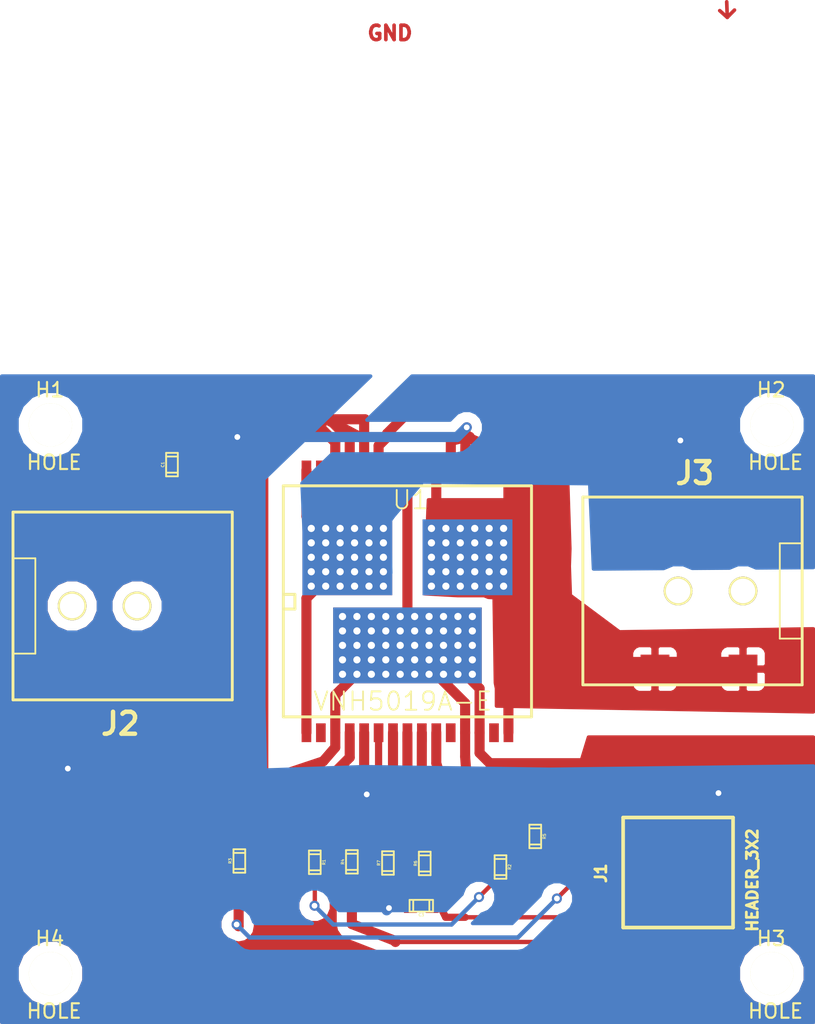
<source format=kicad_pcb>
(kicad_pcb (version 3) (host pcbnew "(2013-07-07 BZR 4022)-stable")

  (general
    (links 154)
    (no_connects 0)
    (area 118.452778 61.7425 175.667222 140.285)
    (thickness 1.6)
    (drawings 3)
    (tracks 189)
    (zones 0)
    (modules 17)
    (nets 16)
  )

  (page A)
  (layers
    (15 F.Cu signal)
    (0 B.Cu signal)
    (16 B.Adhes user)
    (17 F.Adhes user)
    (18 B.Paste user)
    (19 F.Paste user)
    (20 B.SilkS user)
    (21 F.SilkS user)
    (22 B.Mask user)
    (23 F.Mask user)
    (24 Dwgs.User user)
    (25 Cmts.User user)
    (26 Eco1.User user)
    (27 Eco2.User user)
    (28 Edge.Cuts user)
  )

  (setup
    (last_trace_width 0.3)
    (user_trace_width 0.2)
    (user_trace_width 0.25)
    (user_trace_width 0.3)
    (user_trace_width 0.4)
    (user_trace_width 0.5)
    (user_trace_width 0.6)
    (user_trace_width 0.7)
    (user_trace_width 0.8)
    (user_trace_width 0.9)
    (user_trace_width 1)
    (user_trace_width 1.1)
    (user_trace_width 2)
    (trace_clearance 0.25)
    (zone_clearance 0.7)
    (zone_45_only no)
    (trace_min 0.1)
    (segment_width 0.2)
    (edge_width 0.1)
    (via_size 0.7)
    (via_drill 0.4)
    (via_min_size 0.7)
    (via_min_drill 0.4)
    (uvia_size 0.4)
    (uvia_drill 0.127)
    (uvias_allowed no)
    (uvia_min_size 0.4)
    (uvia_min_drill 0.127)
    (pcb_text_width 0.3)
    (pcb_text_size 1.5 1.5)
    (mod_edge_width 0.15)
    (mod_text_size 1 1)
    (mod_text_width 0.15)
    (pad_size 1.8 1.8)
    (pad_drill 1)
    (pad_to_mask_clearance 0)
    (aux_axis_origin 0 0)
    (visible_elements 7FFFFFFF)
    (pcbplotparams
      (layerselection 3178497)
      (usegerberextensions false)
      (excludeedgelayer true)
      (linewidth 0.150000)
      (plotframeref false)
      (viasonmask false)
      (mode 1)
      (useauxorigin false)
      (hpglpennumber 1)
      (hpglpenspeed 20)
      (hpglpendiameter 15)
      (hpglpenoverlay 2)
      (psnegative false)
      (psa4output false)
      (plotreference true)
      (plotvalue true)
      (plotothertext true)
      (plotinvisibletext false)
      (padsonsilk false)
      (subtractmaskfromsilk false)
      (outputformat 2)
      (mirror false)
      (drillshape 0)
      (scaleselection 1)
      (outputdirectory ""))
  )

  (net 0 "")
  (net 1 +2.8v)
  (net 2 CS)
  (net 3 GND)
  (net 4 IN_A)
  (net 5 IN_B)
  (net 6 Motor1OutA)
  (net 7 Motor1OutB)
  (net 8 N-0000010)
  (net 9 N-0000011)
  (net 10 N-0000016)
  (net 11 N-000006)
  (net 12 N-000007)
  (net 13 N-000008)
  (net 14 PWM)
  (net 15 Vin)

  (net_class Default "This is the default net class."
    (clearance 0.25)
    (trace_width 0.25)
    (via_dia 0.7)
    (via_drill 0.4)
    (uvia_dia 0.4)
    (uvia_drill 0.127)
    (add_net "")
    (add_net +2.8v)
    (add_net CS)
    (add_net GND)
    (add_net IN_A)
    (add_net IN_B)
    (add_net Motor1OutA)
    (add_net Motor1OutB)
    (add_net N-0000010)
    (add_net N-0000011)
    (add_net N-0000016)
    (add_net N-000006)
    (add_net N-000007)
    (add_net N-000008)
    (add_net PWM)
    (add_net Vin)
  )

  (module TED_Hole_3mm (layer F.Cu) (tedit 52802437) (tstamp 52D61DB1)
    (at 122 131)
    (path /52D61D15)
    (fp_text reference H4 (at -0.05 -2.425) (layer F.SilkS)
      (effects (font (size 1 1) (thickness 0.15)))
    )
    (fp_text value HOLE (at 0.25 2.6) (layer F.SilkS)
      (effects (font (size 1 1) (thickness 0.15)))
    )
    (pad "" np_thru_hole circle (at 0 0) (size 3 3) (drill 3)
      (layers *.Cu *.Mask F.SilkS)
    )
  )

  (module TED_Hole_3mm (layer F.Cu) (tedit 52802437) (tstamp 52D61DAC)
    (at 172 131)
    (path /52D61D1B)
    (fp_text reference H3 (at -0.05 -2.425) (layer F.SilkS)
      (effects (font (size 1 1) (thickness 0.15)))
    )
    (fp_text value HOLE (at 0.25 2.6) (layer F.SilkS)
      (effects (font (size 1 1) (thickness 0.15)))
    )
    (pad "" np_thru_hole circle (at 0 0) (size 3 3) (drill 3)
      (layers *.Cu *.Mask F.SilkS)
    )
  )

  (module TED_Hole_3mm (layer F.Cu) (tedit 52802437) (tstamp 52D61DA7)
    (at 172 93)
    (path /52D61D21)
    (fp_text reference H2 (at -0.05 -2.425) (layer F.SilkS)
      (effects (font (size 1 1) (thickness 0.15)))
    )
    (fp_text value HOLE (at 0.25 2.6) (layer F.SilkS)
      (effects (font (size 1 1) (thickness 0.15)))
    )
    (pad "" np_thru_hole circle (at 0 0) (size 3 3) (drill 3)
      (layers *.Cu *.Mask F.SilkS)
    )
  )

  (module TED_Hole_3mm (layer F.Cu) (tedit 52802437) (tstamp 52D61DA2)
    (at 122 93)
    (path /52D61D03)
    (fp_text reference H1 (at -0.05 -2.425) (layer F.SilkS)
      (effects (font (size 1 1) (thickness 0.15)))
    )
    (fp_text value HOLE (at 0.25 2.6) (layer F.SilkS)
      (effects (font (size 1 1) (thickness 0.15)))
    )
    (pad "" np_thru_hole circle (at 0 0) (size 3 3) (drill 3)
      (layers *.Cu *.Mask F.SilkS)
    )
  )

  (module TED_SM0603 (layer F.Cu) (tedit 527731CB) (tstamp 52D61CF1)
    (at 145.39 123.34 90)
    (descr "SMT capacitor, 0603")
    (path /5260A9FD)
    (fp_text reference R7 (at 0 -0.635 90) (layer F.SilkS)
      (effects (font (size 0.20066 0.20066) (thickness 0.04064)))
    )
    (fp_text value 1.5k (at 0 0.635 90) (layer F.SilkS) hide
      (effects (font (size 0.20066 0.20066) (thickness 0.04064)))
    )
    (fp_line (start 0.5588 0.4064) (end 0.5588 -0.4064) (layer F.SilkS) (width 0.127))
    (fp_line (start -0.5588 -0.381) (end -0.5588 0.4064) (layer F.SilkS) (width 0.127))
    (fp_line (start -0.8128 -0.4064) (end 0.8128 -0.4064) (layer F.SilkS) (width 0.127))
    (fp_line (start 0.8128 -0.4064) (end 0.8128 0.4064) (layer F.SilkS) (width 0.127))
    (fp_line (start 0.8128 0.4064) (end -0.8128 0.4064) (layer F.SilkS) (width 0.127))
    (fp_line (start -0.8128 0.4064) (end -0.8128 -0.4064) (layer F.SilkS) (width 0.127))
    (pad 2 smd rect (at 0.75184 0 90) (size 0.89916 1.00076)
      (layers F.Cu F.Paste F.Mask)
      (net 2 CS)
      (clearance 0.1)
    )
    (pad 1 smd rect (at -0.75184 0 90) (size 0.89916 1.00076)
      (layers F.Cu F.Paste F.Mask)
      (net 3 GND)
      (clearance 0.1)
    )
    (model smd/capacitors/c_0603.wrl
      (at (xyz 0 0 0))
      (scale (xyz 1 1 1))
      (rotate (xyz 0 0 0))
    )
  )

  (module TED_SM0603 (layer F.Cu) (tedit 527731CB) (tstamp 52D61CE6)
    (at 147.94 123.37 90)
    (descr "SMT capacitor, 0603")
    (path /5260A9F1)
    (fp_text reference R6 (at 0 -0.635 90) (layer F.SilkS)
      (effects (font (size 0.20066 0.20066) (thickness 0.04064)))
    )
    (fp_text value 10k (at 0 0.635 90) (layer F.SilkS) hide
      (effects (font (size 0.20066 0.20066) (thickness 0.04064)))
    )
    (fp_line (start 0.5588 0.4064) (end 0.5588 -0.4064) (layer F.SilkS) (width 0.127))
    (fp_line (start -0.5588 -0.381) (end -0.5588 0.4064) (layer F.SilkS) (width 0.127))
    (fp_line (start -0.8128 -0.4064) (end 0.8128 -0.4064) (layer F.SilkS) (width 0.127))
    (fp_line (start 0.8128 -0.4064) (end 0.8128 0.4064) (layer F.SilkS) (width 0.127))
    (fp_line (start 0.8128 0.4064) (end -0.8128 0.4064) (layer F.SilkS) (width 0.127))
    (fp_line (start -0.8128 0.4064) (end -0.8128 -0.4064) (layer F.SilkS) (width 0.127))
    (pad 2 smd rect (at 0.75184 0 90) (size 0.89916 1.00076)
      (layers F.Cu F.Paste F.Mask)
      (net 2 CS)
      (clearance 0.1)
    )
    (pad 1 smd rect (at -0.75184 0 90) (size 0.89916 1.00076)
      (layers F.Cu F.Paste F.Mask)
      (net 10 N-0000016)
      (clearance 0.1)
    )
    (model smd/capacitors/c_0603.wrl
      (at (xyz 0 0 0))
      (scale (xyz 1 1 1))
      (rotate (xyz 0 0 0))
    )
  )

  (module TED_SM0603 (layer F.Cu) (tedit 527731CB) (tstamp 52D61CDB)
    (at 155.6 121.5 270)
    (descr "SMT capacitor, 0603")
    (path /5260A77F)
    (fp_text reference R5 (at 0 -0.635 270) (layer F.SilkS)
      (effects (font (size 0.20066 0.20066) (thickness 0.04064)))
    )
    (fp_text value 1k (at 0 0.635 270) (layer F.SilkS) hide
      (effects (font (size 0.20066 0.20066) (thickness 0.04064)))
    )
    (fp_line (start 0.5588 0.4064) (end 0.5588 -0.4064) (layer F.SilkS) (width 0.127))
    (fp_line (start -0.5588 -0.381) (end -0.5588 0.4064) (layer F.SilkS) (width 0.127))
    (fp_line (start -0.8128 -0.4064) (end 0.8128 -0.4064) (layer F.SilkS) (width 0.127))
    (fp_line (start 0.8128 -0.4064) (end 0.8128 0.4064) (layer F.SilkS) (width 0.127))
    (fp_line (start 0.8128 0.4064) (end -0.8128 0.4064) (layer F.SilkS) (width 0.127))
    (fp_line (start -0.8128 0.4064) (end -0.8128 -0.4064) (layer F.SilkS) (width 0.127))
    (pad 2 smd rect (at 0.75184 0 270) (size 0.89916 1.00076)
      (layers F.Cu F.Paste F.Mask)
      (net 9 N-0000011)
      (clearance 0.1)
    )
    (pad 1 smd rect (at -0.75184 0 270) (size 0.89916 1.00076)
      (layers F.Cu F.Paste F.Mask)
      (net 5 IN_B)
      (clearance 0.1)
    )
    (model smd/capacitors/c_0603.wrl
      (at (xyz 0 0 0))
      (scale (xyz 1 1 1))
      (rotate (xyz 0 0 0))
    )
  )

  (module TED_SM0603 (layer F.Cu) (tedit 527731CB) (tstamp 52D61CD0)
    (at 142.89 123.26 90)
    (descr "SMT capacitor, 0603")
    (path /5260A785)
    (fp_text reference R4 (at 0 -0.635 90) (layer F.SilkS)
      (effects (font (size 0.20066 0.20066) (thickness 0.04064)))
    )
    (fp_text value 1k (at 0 0.635 90) (layer F.SilkS) hide
      (effects (font (size 0.20066 0.20066) (thickness 0.04064)))
    )
    (fp_line (start 0.5588 0.4064) (end 0.5588 -0.4064) (layer F.SilkS) (width 0.127))
    (fp_line (start -0.5588 -0.381) (end -0.5588 0.4064) (layer F.SilkS) (width 0.127))
    (fp_line (start -0.8128 -0.4064) (end 0.8128 -0.4064) (layer F.SilkS) (width 0.127))
    (fp_line (start 0.8128 -0.4064) (end 0.8128 0.4064) (layer F.SilkS) (width 0.127))
    (fp_line (start 0.8128 0.4064) (end -0.8128 0.4064) (layer F.SilkS) (width 0.127))
    (fp_line (start -0.8128 0.4064) (end -0.8128 -0.4064) (layer F.SilkS) (width 0.127))
    (pad 2 smd rect (at 0.75184 0 90) (size 0.89916 1.00076)
      (layers F.Cu F.Paste F.Mask)
      (net 14 PWM)
      (clearance 0.1)
    )
    (pad 1 smd rect (at -0.75184 0 90) (size 0.89916 1.00076)
      (layers F.Cu F.Paste F.Mask)
      (net 11 N-000006)
      (clearance 0.1)
    )
    (model smd/capacitors/c_0603.wrl
      (at (xyz 0 0 0))
      (scale (xyz 1 1 1))
      (rotate (xyz 0 0 0))
    )
  )

  (module TED_SM0603 (layer F.Cu) (tedit 527731CB) (tstamp 52D61CC5)
    (at 135.09 123.2 90)
    (descr "SMT capacitor, 0603")
    (path /5260A766)
    (fp_text reference R3 (at 0 -0.635 90) (layer F.SilkS)
      (effects (font (size 0.20066 0.20066) (thickness 0.04064)))
    )
    (fp_text value 1k (at 0 0.635 90) (layer F.SilkS) hide
      (effects (font (size 0.20066 0.20066) (thickness 0.04064)))
    )
    (fp_line (start 0.5588 0.4064) (end 0.5588 -0.4064) (layer F.SilkS) (width 0.127))
    (fp_line (start -0.5588 -0.381) (end -0.5588 0.4064) (layer F.SilkS) (width 0.127))
    (fp_line (start -0.8128 -0.4064) (end 0.8128 -0.4064) (layer F.SilkS) (width 0.127))
    (fp_line (start 0.8128 -0.4064) (end 0.8128 0.4064) (layer F.SilkS) (width 0.127))
    (fp_line (start 0.8128 0.4064) (end -0.8128 0.4064) (layer F.SilkS) (width 0.127))
    (fp_line (start -0.8128 0.4064) (end -0.8128 -0.4064) (layer F.SilkS) (width 0.127))
    (pad 2 smd rect (at 0.75184 0 90) (size 0.89916 1.00076)
      (layers F.Cu F.Paste F.Mask)
      (net 4 IN_A)
      (clearance 0.1)
    )
    (pad 1 smd rect (at -0.75184 0 90) (size 0.89916 1.00076)
      (layers F.Cu F.Paste F.Mask)
      (net 8 N-0000010)
      (clearance 0.1)
    )
    (model smd/capacitors/c_0603.wrl
      (at (xyz 0 0 0))
      (scale (xyz 1 1 1))
      (rotate (xyz 0 0 0))
    )
  )

  (module TED_SM0603 (layer F.Cu) (tedit 527731CB) (tstamp 52D61CBA)
    (at 153.19 123.62 270)
    (descr "SMT capacitor, 0603")
    (path /5260A8B1)
    (fp_text reference R2 (at 0 -0.635 270) (layer F.SilkS)
      (effects (font (size 0.20066 0.20066) (thickness 0.04064)))
    )
    (fp_text value 3.3k (at 0 0.635 270) (layer F.SilkS) hide
      (effects (font (size 0.20066 0.20066) (thickness 0.04064)))
    )
    (fp_line (start 0.5588 0.4064) (end 0.5588 -0.4064) (layer F.SilkS) (width 0.127))
    (fp_line (start -0.5588 -0.381) (end -0.5588 0.4064) (layer F.SilkS) (width 0.127))
    (fp_line (start -0.8128 -0.4064) (end 0.8128 -0.4064) (layer F.SilkS) (width 0.127))
    (fp_line (start 0.8128 -0.4064) (end 0.8128 0.4064) (layer F.SilkS) (width 0.127))
    (fp_line (start 0.8128 0.4064) (end -0.8128 0.4064) (layer F.SilkS) (width 0.127))
    (fp_line (start -0.8128 0.4064) (end -0.8128 -0.4064) (layer F.SilkS) (width 0.127))
    (pad 2 smd rect (at 0.75184 0 270) (size 0.89916 1.00076)
      (layers F.Cu F.Paste F.Mask)
      (net 1 +2.8v)
      (clearance 0.1)
    )
    (pad 1 smd rect (at -0.75184 0 270) (size 0.89916 1.00076)
      (layers F.Cu F.Paste F.Mask)
      (net 12 N-000007)
      (clearance 0.1)
    )
    (model smd/capacitors/c_0603.wrl
      (at (xyz 0 0 0))
      (scale (xyz 1 1 1))
      (rotate (xyz 0 0 0))
    )
  )

  (module TED_SM0603 (layer F.Cu) (tedit 527731CB) (tstamp 52D61CAF)
    (at 140.32 123.29 270)
    (descr "SMT capacitor, 0603")
    (path /5260A836)
    (fp_text reference R1 (at 0 -0.635 270) (layer F.SilkS)
      (effects (font (size 0.20066 0.20066) (thickness 0.04064)))
    )
    (fp_text value 3.3k (at 0 0.635 270) (layer F.SilkS) hide
      (effects (font (size 0.20066 0.20066) (thickness 0.04064)))
    )
    (fp_line (start 0.5588 0.4064) (end 0.5588 -0.4064) (layer F.SilkS) (width 0.127))
    (fp_line (start -0.5588 -0.381) (end -0.5588 0.4064) (layer F.SilkS) (width 0.127))
    (fp_line (start -0.8128 -0.4064) (end 0.8128 -0.4064) (layer F.SilkS) (width 0.127))
    (fp_line (start 0.8128 -0.4064) (end 0.8128 0.4064) (layer F.SilkS) (width 0.127))
    (fp_line (start 0.8128 0.4064) (end -0.8128 0.4064) (layer F.SilkS) (width 0.127))
    (fp_line (start -0.8128 0.4064) (end -0.8128 -0.4064) (layer F.SilkS) (width 0.127))
    (pad 2 smd rect (at 0.75184 0 270) (size 0.89916 1.00076)
      (layers F.Cu F.Paste F.Mask)
      (net 1 +2.8v)
      (clearance 0.1)
    )
    (pad 1 smd rect (at -0.75184 0 270) (size 0.89916 1.00076)
      (layers F.Cu F.Paste F.Mask)
      (net 13 N-000008)
      (clearance 0.1)
    )
    (model smd/capacitors/c_0603.wrl
      (at (xyz 0 0 0))
      (scale (xyz 1 1 1))
      (rotate (xyz 0 0 0))
    )
  )

  (module TED_SM0603 (layer F.Cu) (tedit 527731CB) (tstamp 52D61CA4)
    (at 147.7 126.3 180)
    (descr "SMT capacitor, 0603")
    (path /5260AA63)
    (fp_text reference C3 (at 0 -0.635 180) (layer F.SilkS)
      (effects (font (size 0.20066 0.20066) (thickness 0.04064)))
    )
    (fp_text value 33nF (at 0 0.635 180) (layer F.SilkS) hide
      (effects (font (size 0.20066 0.20066) (thickness 0.04064)))
    )
    (fp_line (start 0.5588 0.4064) (end 0.5588 -0.4064) (layer F.SilkS) (width 0.127))
    (fp_line (start -0.5588 -0.381) (end -0.5588 0.4064) (layer F.SilkS) (width 0.127))
    (fp_line (start -0.8128 -0.4064) (end 0.8128 -0.4064) (layer F.SilkS) (width 0.127))
    (fp_line (start 0.8128 -0.4064) (end 0.8128 0.4064) (layer F.SilkS) (width 0.127))
    (fp_line (start 0.8128 0.4064) (end -0.8128 0.4064) (layer F.SilkS) (width 0.127))
    (fp_line (start -0.8128 0.4064) (end -0.8128 -0.4064) (layer F.SilkS) (width 0.127))
    (pad 2 smd rect (at 0.75184 0 180) (size 0.89916 1.00076)
      (layers F.Cu F.Paste F.Mask)
      (net 3 GND)
      (clearance 0.1)
    )
    (pad 1 smd rect (at -0.75184 0 180) (size 0.89916 1.00076)
      (layers F.Cu F.Paste F.Mask)
      (net 10 N-0000016)
      (clearance 0.1)
    )
    (model smd/capacitors/c_0603.wrl
      (at (xyz 0 0 0))
      (scale (xyz 1 1 1))
      (rotate (xyz 0 0 0))
    )
  )

  (module TED_SM0603 (layer F.Cu) (tedit 527731CB) (tstamp 52D61C99)
    (at 130.42 95.75 90)
    (descr "SMT capacitor, 0603")
    (path /5260B0D0)
    (fp_text reference C1 (at 0 -0.635 90) (layer F.SilkS)
      (effects (font (size 0.20066 0.20066) (thickness 0.04064)))
    )
    (fp_text value ".1uF (50v)" (at 0 0.635 90) (layer F.SilkS) hide
      (effects (font (size 0.20066 0.20066) (thickness 0.04064)))
    )
    (fp_line (start 0.5588 0.4064) (end 0.5588 -0.4064) (layer F.SilkS) (width 0.127))
    (fp_line (start -0.5588 -0.381) (end -0.5588 0.4064) (layer F.SilkS) (width 0.127))
    (fp_line (start -0.8128 -0.4064) (end 0.8128 -0.4064) (layer F.SilkS) (width 0.127))
    (fp_line (start 0.8128 -0.4064) (end 0.8128 0.4064) (layer F.SilkS) (width 0.127))
    (fp_line (start 0.8128 0.4064) (end -0.8128 0.4064) (layer F.SilkS) (width 0.127))
    (fp_line (start -0.8128 0.4064) (end -0.8128 -0.4064) (layer F.SilkS) (width 0.127))
    (pad 2 smd rect (at 0.75184 0 90) (size 0.89916 1.00076)
      (layers F.Cu F.Paste F.Mask)
      (net 3 GND)
      (clearance 0.1)
    )
    (pad 1 smd rect (at -0.75184 0 90) (size 0.89916 1.00076)
      (layers F.Cu F.Paste F.Mask)
      (net 15 Vin)
      (clearance 0.1)
    )
    (model smd/capacitors/c_0603.wrl
      (at (xyz 0 0 0))
      (scale (xyz 1 1 1))
      (rotate (xyz 0 0 0))
    )
  )

  (module TED_DC_2.1mm_SMT (layer F.Cu) (tedit 52880F9F) (tstamp 52D617C3)
    (at 166.5 104.5)
    (path /52D6165C)
    (fp_text reference J3 (at 0.15748 -8.15848) (layer F.SilkS)
      (effects (font (size 1.524 1.524) (thickness 0.3048)))
    )
    (fp_text value DC_2.1MM (at 0.1016 8.49884) (layer F.SilkS) hide
      (effects (font (size 1.524 1.524) (thickness 0.3048)))
    )
    (fp_line (start 7.6 -3.3) (end 6.05 -3.3) (layer F.SilkS) (width 0.127))
    (fp_line (start 6.05 -3.3) (end 6.05 3.3) (layer F.SilkS) (width 0.127))
    (fp_line (start 6.05 3.3) (end 7.575 3.3) (layer F.SilkS) (width 0.127))
    (fp_line (start -7.59968 -6.5024) (end 7.59968 -6.5024) (layer F.SilkS) (width 0.20066))
    (fp_line (start 7.59968 -6.5024) (end 7.59968 6.5024) (layer F.SilkS) (width 0.20066))
    (fp_line (start 7.59968 6.5024) (end -7.59968 6.5024) (layer F.SilkS) (width 0.20066))
    (fp_line (start -7.59968 6.5024) (end -7.59968 -6.5024) (layer F.SilkS) (width 0.20066))
    (pad "" np_thru_hole circle (at -1.00076 0) (size 1.99898 1.99898) (drill 1.69926)
      (layers *.Cu *.Mask F.SilkS)
    )
    (pad 1 smd rect (at 3.50012 5.4102) (size 1.99898 1.99898)
      (layers F.Cu F.Paste F.Mask)
      (net 7 Motor1OutB)
    )
    (pad 1 smd rect (at -2.60096 5.4102) (size 1.99898 1.99898)
      (layers F.Cu F.Paste F.Mask)
      (net 7 Motor1OutB)
    )
    (pad 2 smd rect (at 3.50012 -5.41528) (size 1.99898 1.99898)
      (layers F.Cu F.Paste F.Mask)
      (net 6 Motor1OutA)
    )
    (pad 3 smd rect (at -2.60096 -5.41528) (size 1.99898 1.99898)
      (layers F.Cu F.Paste F.Mask)
    )
    (pad "" np_thru_hole circle (at 3.50012 0) (size 1.99898 1.99898) (drill 1.69926)
      (layers *.Cu *.Mask F.SilkS)
    )
  )

  (module TED_HEADER_3x2_SMT (layer F.Cu) (tedit 52D47E00) (tstamp 52D617B6)
    (at 165.5 124 270)
    (path /52D6167D)
    (fp_text reference J1 (at 0.05 5.35 270) (layer F.SilkS)
      (effects (font (size 0.762 0.762) (thickness 0.1905)))
    )
    (fp_text value HEADER_3X2 (at 0.525 -5.15 270) (layer F.SilkS)
      (effects (font (size 0.762 0.762) (thickness 0.1905)))
    )
    (fp_line (start 3.81 -3.81) (end -3.81 -3.81) (layer F.SilkS) (width 0.254))
    (fp_line (start 3.81 -3.81) (end 3.81 3.81) (layer F.SilkS) (width 0.254))
    (fp_line (start 3.81 3.81) (end -3.81 3.81) (layer F.SilkS) (width 0.254))
    (fp_line (start -3.81 3.81) (end -3.81 -3.81) (layer F.SilkS) (width 0.254))
    (pad 1 smd rect (at -2.54 2.54 270) (size 0.9906 2.54)
      (layers F.Cu F.Paste F.Mask)
      (net 1 +2.8v)
      (clearance 0.508)
    )
    (pad 2 smd rect (at 0 2.54 270) (size 0.9906 2.54)
      (layers F.Cu F.Paste F.Mask)
      (net 8 N-0000010)
      (clearance 0.508)
    )
    (pad 3 smd rect (at 2.54 2.54 270) (size 0.9906 2.54)
      (layers F.Cu F.Paste F.Mask)
      (net 11 N-000006)
      (clearance 0.508)
    )
    (pad 4 smd rect (at 2.54 -2.54 270) (size 0.9906 2.54)
      (layers F.Cu F.Paste F.Mask)
      (net 10 N-0000016)
      (clearance 0.508)
    )
    (pad 5 smd rect (at 0 -2.54 270) (size 0.9906 2.54)
      (layers F.Cu F.Paste F.Mask)
      (net 9 N-0000011)
      (clearance 0.508)
    )
    (pad 6 smd rect (at -2.54 -2.54 270) (size 0.9906 2.54)
      (layers F.Cu F.Paste F.Mask)
      (net 3 GND)
      (clearance 0.508)
    )
  )

  (module TED_DC_2.1mm_SMT (layer F.Cu) (tedit 52880F9F) (tstamp 529F5C02)
    (at 127 105.54 180)
    (path /52503907)
    (fp_text reference J2 (at 0.15748 -8.15848 180) (layer F.SilkS)
      (effects (font (size 1.524 1.524) (thickness 0.3048)))
    )
    (fp_text value DC_2.1MM (at 0.1016 8.49884 180) (layer F.SilkS) hide
      (effects (font (size 1.524 1.524) (thickness 0.3048)))
    )
    (fp_line (start 7.6 -3.3) (end 6.05 -3.3) (layer F.SilkS) (width 0.127))
    (fp_line (start 6.05 -3.3) (end 6.05 3.3) (layer F.SilkS) (width 0.127))
    (fp_line (start 6.05 3.3) (end 7.575 3.3) (layer F.SilkS) (width 0.127))
    (fp_line (start -7.59968 -6.5024) (end 7.59968 -6.5024) (layer F.SilkS) (width 0.20066))
    (fp_line (start 7.59968 -6.5024) (end 7.59968 6.5024) (layer F.SilkS) (width 0.20066))
    (fp_line (start 7.59968 6.5024) (end -7.59968 6.5024) (layer F.SilkS) (width 0.20066))
    (fp_line (start -7.59968 6.5024) (end -7.59968 -6.5024) (layer F.SilkS) (width 0.20066))
    (pad "" np_thru_hole circle (at -1.00076 0 180) (size 1.99898 1.99898) (drill 1.69926)
      (layers *.Cu *.Mask F.SilkS)
    )
    (pad 1 smd rect (at 3.50012 5.4102 180) (size 1.99898 1.99898)
      (layers F.Cu F.Paste F.Mask)
      (net 15 Vin)
    )
    (pad 1 smd rect (at -2.60096 5.4102 180) (size 1.99898 1.99898)
      (layers F.Cu F.Paste F.Mask)
      (net 15 Vin)
    )
    (pad 2 smd rect (at 3.50012 -5.41528 180) (size 1.99898 1.99898)
      (layers F.Cu F.Paste F.Mask)
      (net 3 GND)
    )
    (pad 3 smd rect (at -2.60096 -5.41528 180) (size 1.99898 1.99898)
      (layers F.Cu F.Paste F.Mask)
    )
    (pad "" np_thru_hole circle (at 3.50012 0 180) (size 1.99898 1.99898) (drill 1.69926)
      (layers *.Cu *.Mask F.SilkS)
    )
  )

  (module TED_MultiPowerSO-30 (layer F.Cu) (tedit 52730D14) (tstamp 5270836C)
    (at 146.74 105.22)
    (descr "Module CMS SOJ 16 pins tres large")
    (tags "CMS SOJ")
    (path /525F77E9)
    (attr smd)
    (fp_text reference U1 (at 0.225 -7.025) (layer F.SilkS)
      (effects (font (size 1.27 1.27) (thickness 0.127)))
    )
    (fp_text value VNH5019A-E (at -0.325 6.925) (layer F.SilkS)
      (effects (font (size 1.27 1.27) (thickness 0.127)))
    )
    (fp_line (start -8.6 8) (end -8.6 -8) (layer F.SilkS) (width 0.2032))
    (fp_line (start 8.6 -8) (end 8.6 8) (layer F.SilkS) (width 0.2032))
    (fp_line (start -8.6 -8) (end 8.6 -8) (layer F.SilkS) (width 0.2032))
    (fp_line (start 8.6 8) (end -8.6 8) (layer F.SilkS) (width 0.2032))
    (fp_line (start -8.561 -0.483) (end -7.799 -0.483) (layer F.SilkS) (width 0.2032))
    (fp_line (start -7.799 -0.483) (end -7.799 0.533) (layer F.SilkS) (width 0.2032))
    (fp_line (start -7.799 0.533) (end -8.561 0.533) (layer F.SilkS) (width 0.2032))
    (pad 22 smd rect (at 1 -9.1) (size 0.67 1.3)
      (layers F.Cu F.Paste F.Mask)
    )
    (pad 21 smd rect (at 2 -9.1) (size 0.67 1.3)
      (layers F.Cu F.Paste F.Mask)
      (net 7 Motor1OutB)
    )
    (pad 20 smd rect (at 3 -9.1) (size 0.67 1.3)
      (layers F.Cu F.Paste F.Mask)
      (net 3 GND)
    )
    (pad 19 smd rect (at 4 -9.1) (size 0.67 1.3)
      (layers F.Cu F.Paste F.Mask)
      (net 3 GND)
    )
    (pad 18 smd rect (at 5 -9.1) (size 0.67 1.3)
      (layers F.Cu F.Paste F.Mask)
      (net 3 GND)
    )
    (pad 17 smd rect (at 6 -9.1) (size 0.67 1.3)
      (layers F.Cu F.Paste F.Mask)
    )
    (pad 16 smd rect (at 7 -9.1) (size 0.67 1.3)
      (layers F.Cu F.Paste F.Mask)
      (net 7 Motor1OutB)
      (zone_connect 2)
    )
    (pad 15 smd rect (at 7 9.1) (size 0.67 1.3)
      (layers F.Cu F.Paste F.Mask)
      (net 7 Motor1OutB)
    )
    (pad 14 smd rect (at 6 9.1) (size 0.67 1.3)
      (layers F.Cu F.Paste F.Mask)
    )
    (pad 13 smd rect (at 5 9.1) (size 0.67 1.3)
      (layers F.Cu F.Paste F.Mask)
      (net 15 Vin)
    )
    (pad 12 smd rect (at 4 9.1) (size 0.67 1.3)
      (layers F.Cu F.Paste F.Mask)
      (net 15 Vin)
    )
    (pad 11 smd rect (at 3 9.1) (size 0.67 1.3)
      (layers F.Cu F.Paste F.Mask)
    )
    (pad 10 smd rect (at 2 9.1) (size 0.67 1.3)
      (layers F.Cu F.Paste F.Mask)
      (net 5 IN_B)
    )
    (pad 9 smd rect (at 1 9.1) (size 0.67 1.3)
      (layers F.Cu F.Paste F.Mask)
      (net 12 N-000007)
    )
    (pad 1 smd rect (at -7 9.1) (size 0.67 1.3)
      (layers F.Cu F.Paste F.Mask)
      (net 6 Motor1OutA)
    )
    (pad 2 smd rect (at -6 9.1) (size 0.67 1.3)
      (layers F.Cu F.Paste F.Mask)
    )
    (pad 3 smd rect (at -5 9.1) (size 0.67 1.3)
      (layers F.Cu F.Paste F.Mask)
      (net 15 Vin)
    )
    (pad 4 smd rect (at -4 9.1) (size 0.67 1.3)
      (layers F.Cu F.Paste F.Mask)
      (net 4 IN_A)
    )
    (pad 5 smd rect (at -3 9.1) (size 0.67 1.3)
      (layers F.Cu F.Paste F.Mask)
      (net 13 N-000008)
    )
    (pad 6 smd rect (at -2 9.1) (size 0.67 1.3)
      (layers F.Cu F.Paste F.Mask)
      (net 3 GND)
    )
    (pad 7 smd rect (at -1 9.1) (size 0.67 1.3)
      (layers F.Cu F.Paste F.Mask)
      (net 14 PWM)
    )
    (pad 8 smd rect (at 0 9.1) (size 0.67 1.3)
      (layers F.Cu F.Paste F.Mask)
      (net 2 CS)
    )
    (pad 23 smd rect (at 0 -9.1) (size 0.67 1.3)
      (layers F.Cu F.Paste F.Mask)
      (net 15 Vin)
    )
    (pad 24 smd rect (at -1 -9.1) (size 0.67 1.3)
      (layers F.Cu F.Paste F.Mask)
    )
    (pad 25 smd rect (at -2 -9.1) (size 0.67 1.3)
      (layers F.Cu F.Paste F.Mask)
      (net 6 Motor1OutA)
    )
    (pad 26 smd rect (at -3 -9.1) (size 0.67 1.3)
      (layers F.Cu F.Paste F.Mask)
      (net 3 GND)
    )
    (pad 27 smd rect (at -4 -9.1) (size 0.67 1.3)
      (layers F.Cu F.Paste F.Mask)
      (net 3 GND)
    )
    (pad 28 smd rect (at -5 -9.1) (size 0.67 1.3)
      (layers F.Cu F.Paste F.Mask)
      (net 3 GND)
    )
    (pad 29 smd rect (at -6 -9.1) (size 0.67 1.3)
      (layers F.Cu F.Paste F.Mask)
    )
    (pad 30 smd rect (at -7 -9.1) (size 0.67 1.3)
      (layers F.Cu F.Paste F.Mask)
      (net 6 Motor1OutA)
    )
    (pad 33 smd rect (at -4.165 -3.05) (size 6.23 5.25)
      (layers F.Cu F.Paste F.Mask)
      (net 6 Motor1OutA)
      (zone_connect 2)
    )
    (pad 32 smd rect (at 4.165 -3.05) (size 6.23 5.25)
      (layers F.Cu F.Paste F.Mask)
      (net 7 Motor1OutB)
      (zone_connect 2)
    )
    (pad 31 smd rect (at 0 3.05) (size 10.3 5.25)
      (layers F.Cu F.Paste F.Mask)
      (net 15 Vin)
      (zone_connect 2)
    )
    (pad 33 thru_hole circle (at -6.665 -5.05) (size 0.5 0.5) (drill 0.5)
      (layers *.Cu)
      (net 6 Motor1OutA)
      (zone_connect 2)
    )
    (pad 33 thru_hole circle (at -5.665 -5.05) (size 0.5 0.5) (drill 0.5)
      (layers *.Cu)
      (net 6 Motor1OutA)
      (zone_connect 2)
    )
    (pad 33 thru_hole circle (at -4.665 -5.05) (size 0.5 0.5) (drill 0.5)
      (layers *.Cu)
      (net 6 Motor1OutA)
      (zone_connect 2)
    )
    (pad 33 thru_hole circle (at -3.665 -5.05) (size 0.5 0.5) (drill 0.5)
      (layers *.Cu)
      (net 6 Motor1OutA)
      (zone_connect 2)
    )
    (pad 33 thru_hole circle (at -2.665 -5.05) (size 0.5 0.5) (drill 0.5)
      (layers *.Cu)
      (net 6 Motor1OutA)
      (zone_connect 2)
    )
    (pad 33 thru_hole circle (at -1.665 -5.05) (size 0.5 0.5) (drill 0.5)
      (layers *.Cu)
      (net 6 Motor1OutA)
      (zone_connect 2)
    )
    (pad 32 thru_hole circle (at 6.665 -5.05) (size 0.5 0.5) (drill 0.5)
      (layers *.Cu)
      (net 7 Motor1OutB)
      (zone_connect 2)
    )
    (pad 32 thru_hole circle (at 5.665 -5.05) (size 0.5 0.5) (drill 0.5)
      (layers *.Cu)
      (net 7 Motor1OutB)
      (zone_connect 2)
    )
    (pad 32 thru_hole circle (at 4.665 -5.05) (size 0.5 0.5) (drill 0.5)
      (layers *.Cu)
      (net 7 Motor1OutB)
      (zone_connect 2)
    )
    (pad 32 thru_hole circle (at 3.665 -5.05) (size 0.5 0.5) (drill 0.5)
      (layers *.Cu)
      (net 7 Motor1OutB)
      (zone_connect 2)
    )
    (pad 32 thru_hole circle (at 2.665 -5.05) (size 0.5 0.5) (drill 0.5)
      (layers *.Cu)
      (net 7 Motor1OutB)
      (zone_connect 2)
    )
    (pad 32 thru_hole circle (at 1.665 -5.05) (size 0.5 0.5) (drill 0.5)
      (layers *.Cu)
      (net 7 Motor1OutB)
      (zone_connect 2)
    )
    (pad 32 thru_hole circle (at 6.665 -4.05) (size 0.5 0.5) (drill 0.5)
      (layers *.Cu)
      (net 7 Motor1OutB)
      (zone_connect 2)
    )
    (pad 32 thru_hole circle (at 5.665 -4.05) (size 0.5 0.5) (drill 0.5)
      (layers *.Cu)
      (net 7 Motor1OutB)
      (zone_connect 2)
    )
    (pad 32 thru_hole circle (at 4.665 -4.05) (size 0.5 0.5) (drill 0.5)
      (layers *.Cu)
      (net 7 Motor1OutB)
      (zone_connect 2)
    )
    (pad 32 thru_hole circle (at 3.665 -4.05) (size 0.5 0.5) (drill 0.5)
      (layers *.Cu)
      (net 7 Motor1OutB)
      (zone_connect 2)
    )
    (pad 32 thru_hole circle (at 2.665 -4.05) (size 0.5 0.5) (drill 0.5)
      (layers *.Cu)
      (net 7 Motor1OutB)
      (zone_connect 2)
    )
    (pad 32 thru_hole circle (at 1.665 -4.05) (size 0.5 0.5) (drill 0.5)
      (layers *.Cu)
      (net 7 Motor1OutB)
      (zone_connect 2)
    )
    (pad 33 thru_hole circle (at -1.665 -4.05) (size 0.5 0.5) (drill 0.5)
      (layers *.Cu)
      (net 6 Motor1OutA)
      (zone_connect 2)
    )
    (pad 33 thru_hole circle (at -2.665 -4.05) (size 0.5 0.5) (drill 0.5)
      (layers *.Cu)
      (net 6 Motor1OutA)
      (zone_connect 2)
    )
    (pad 33 thru_hole circle (at -3.665 -4.05) (size 0.5 0.5) (drill 0.5)
      (layers *.Cu)
      (net 6 Motor1OutA)
      (zone_connect 2)
    )
    (pad 33 thru_hole circle (at -4.665 -4.05) (size 0.5 0.5) (drill 0.5)
      (layers *.Cu)
      (net 6 Motor1OutA)
      (zone_connect 2)
    )
    (pad 33 thru_hole circle (at -5.665 -4.05) (size 0.5 0.5) (drill 0.5)
      (layers *.Cu)
      (net 6 Motor1OutA)
      (zone_connect 2)
    )
    (pad 33 thru_hole circle (at -6.665 -4.05) (size 0.5 0.5) (drill 0.5)
      (layers *.Cu)
      (net 6 Motor1OutA)
      (zone_connect 2)
    )
    (pad 32 thru_hole circle (at 1.665 -3.05) (size 0.5 0.5) (drill 0.5)
      (layers *.Cu)
      (net 7 Motor1OutB)
      (zone_connect 2)
    )
    (pad 32 thru_hole circle (at 2.665 -3.05) (size 0.5 0.5) (drill 0.5)
      (layers *.Cu)
      (net 7 Motor1OutB)
      (zone_connect 2)
    )
    (pad 32 thru_hole circle (at 3.665 -3.05) (size 0.5 0.5) (drill 0.5)
      (layers *.Cu)
      (net 7 Motor1OutB)
      (zone_connect 2)
    )
    (pad 32 thru_hole circle (at 4.665 -3.05) (size 0.5 0.5) (drill 0.5)
      (layers *.Cu)
      (net 7 Motor1OutB)
      (zone_connect 2)
    )
    (pad 32 thru_hole circle (at 5.665 -3.05) (size 0.5 0.5) (drill 0.5)
      (layers *.Cu)
      (net 7 Motor1OutB)
      (zone_connect 2)
    )
    (pad 32 thru_hole circle (at 6.665 -3.05) (size 0.5 0.5) (drill 0.5)
      (layers *.Cu)
      (net 7 Motor1OutB)
      (zone_connect 2)
    )
    (pad 33 thru_hole circle (at -1.665 -3.05) (size 0.5 0.5) (drill 0.5)
      (layers *.Cu)
      (net 6 Motor1OutA)
      (zone_connect 2)
    )
    (pad 33 thru_hole circle (at -2.665 -3.05) (size 0.5 0.5) (drill 0.5)
      (layers *.Cu)
      (net 6 Motor1OutA)
      (zone_connect 2)
    )
    (pad 33 thru_hole circle (at -3.665 -3.05) (size 0.5 0.5) (drill 0.5)
      (layers *.Cu)
      (net 6 Motor1OutA)
      (zone_connect 2)
    )
    (pad 33 thru_hole circle (at -4.665 -3.05) (size 0.5 0.5) (drill 0.5)
      (layers *.Cu)
      (net 6 Motor1OutA)
      (zone_connect 2)
    )
    (pad 33 thru_hole circle (at -5.665 -3.05) (size 0.5 0.5) (drill 0.5)
      (layers *.Cu)
      (net 6 Motor1OutA)
      (zone_connect 2)
    )
    (pad 33 thru_hole circle (at -6.665 -3.05) (size 0.5 0.5) (drill 0.5)
      (layers *.Cu)
      (net 6 Motor1OutA)
      (zone_connect 2)
    )
    (pad 33 thru_hole circle (at -6.665 -2.05) (size 0.5 0.5) (drill 0.5)
      (layers *.Cu)
      (net 6 Motor1OutA)
      (zone_connect 2)
    )
    (pad 33 thru_hole circle (at -5.665 -2.05) (size 0.5 0.5) (drill 0.5)
      (layers *.Cu)
      (net 6 Motor1OutA)
      (zone_connect 2)
    )
    (pad 33 thru_hole circle (at -4.665 -2.05) (size 0.5 0.5) (drill 0.5)
      (layers *.Cu)
      (net 6 Motor1OutA)
      (zone_connect 2)
    )
    (pad 33 thru_hole circle (at -3.665 -2.05) (size 0.5 0.5) (drill 0.5)
      (layers *.Cu)
      (net 6 Motor1OutA)
      (zone_connect 2)
    )
    (pad 33 thru_hole circle (at -2.665 -2.05) (size 0.5 0.5) (drill 0.5)
      (layers *.Cu)
      (net 6 Motor1OutA)
      (zone_connect 2)
    )
    (pad 33 thru_hole circle (at -1.665 -2.05) (size 0.5 0.5) (drill 0.5)
      (layers *.Cu)
      (net 6 Motor1OutA)
      (zone_connect 2)
    )
    (pad 32 thru_hole circle (at 1.665 -2.05) (size 0.5 0.5) (drill 0.5)
      (layers *.Cu)
      (net 7 Motor1OutB)
      (zone_connect 2)
    )
    (pad 32 thru_hole circle (at 2.665 -2.05) (size 0.5 0.5) (drill 0.5)
      (layers *.Cu)
      (net 7 Motor1OutB)
      (zone_connect 2)
    )
    (pad 32 thru_hole circle (at 3.665 -2.05) (size 0.5 0.5) (drill 0.5)
      (layers *.Cu)
      (net 7 Motor1OutB)
      (zone_connect 2)
    )
    (pad 32 thru_hole circle (at 4.665 -2.05) (size 0.5 0.5) (drill 0.5)
      (layers *.Cu)
      (net 7 Motor1OutB)
      (zone_connect 2)
    )
    (pad 32 thru_hole circle (at 5.665 -2.05) (size 0.5 0.5) (drill 0.5)
      (layers *.Cu)
      (net 7 Motor1OutB)
      (zone_connect 2)
    )
    (pad 32 thru_hole circle (at 6.665 -2.05) (size 0.5 0.5) (drill 0.5)
      (layers *.Cu)
      (net 7 Motor1OutB)
      (zone_connect 2)
    )
    (pad 33 thru_hole circle (at -6.665 -1.05) (size 0.5 0.5) (drill 0.5)
      (layers *.Cu)
      (net 6 Motor1OutA)
      (zone_connect 2)
    )
    (pad 33 thru_hole circle (at -5.665 -1.05) (size 0.5 0.5) (drill 0.5)
      (layers *.Cu)
      (net 6 Motor1OutA)
      (zone_connect 2)
    )
    (pad 33 thru_hole circle (at -4.665 -1.05) (size 0.5 0.5) (drill 0.5)
      (layers *.Cu)
      (net 6 Motor1OutA)
      (zone_connect 2)
    )
    (pad 33 thru_hole circle (at -3.665 -1.05) (size 0.5 0.5) (drill 0.5)
      (layers *.Cu)
      (net 6 Motor1OutA)
      (zone_connect 2)
    )
    (pad 33 thru_hole circle (at -2.665 -1.05) (size 0.5 0.5) (drill 0.5)
      (layers *.Cu)
      (net 6 Motor1OutA)
      (zone_connect 2)
    )
    (pad 33 thru_hole circle (at -1.665 -1.05) (size 0.5 0.5) (drill 0.5)
      (layers *.Cu)
      (net 6 Motor1OutA)
      (zone_connect 2)
    )
    (pad 32 thru_hole circle (at 1.665 -1.05) (size 0.5 0.5) (drill 0.5)
      (layers *.Cu)
      (net 7 Motor1OutB)
      (zone_connect 2)
    )
    (pad 32 thru_hole circle (at 2.665 -1.05) (size 0.5 0.5) (drill 0.5)
      (layers *.Cu)
      (net 7 Motor1OutB)
      (zone_connect 2)
    )
    (pad 32 thru_hole circle (at 3.665 -1.05) (size 0.5 0.5) (drill 0.5)
      (layers *.Cu)
      (net 7 Motor1OutB)
      (zone_connect 2)
    )
    (pad 32 thru_hole circle (at 4.665 -1.05) (size 0.5 0.5) (drill 0.5)
      (layers *.Cu)
      (net 7 Motor1OutB)
      (zone_connect 2)
    )
    (pad 32 thru_hole circle (at 5.665 -1.05) (size 0.5 0.5) (drill 0.5)
      (layers *.Cu)
      (net 7 Motor1OutB)
      (zone_connect 2)
    )
    (pad 32 thru_hole circle (at 6.665 -1.05) (size 0.5 0.5) (drill 0.5)
      (layers *.Cu)
      (net 7 Motor1OutB)
      (zone_connect 2)
    )
    (pad 31 thru_hole circle (at 1.5 1.05) (size 0.5 0.5) (drill 0.5)
      (layers *.Cu)
      (net 15 Vin)
      (zone_connect 2)
    )
    (pad 31 thru_hole circle (at 2.5 1.05) (size 0.5 0.5) (drill 0.5)
      (layers *.Cu)
      (net 15 Vin)
      (zone_connect 2)
    )
    (pad 31 thru_hole circle (at 3.5 1.05) (size 0.5 0.5) (drill 0.5)
      (layers *.Cu)
      (net 15 Vin)
      (zone_connect 2)
    )
    (pad 31 thru_hole circle (at 4.5 1.05) (size 0.5 0.5) (drill 0.5)
      (layers *.Cu)
      (net 15 Vin)
      (zone_connect 2)
    )
    (pad 31 thru_hole circle (at 4.5 2.05) (size 0.5 0.5) (drill 0.5)
      (layers *.Cu)
      (net 15 Vin)
      (zone_connect 2)
    )
    (pad 31 thru_hole circle (at 3.5 2.05) (size 0.5 0.5) (drill 0.5)
      (layers *.Cu)
      (net 15 Vin)
      (zone_connect 2)
    )
    (pad 31 thru_hole circle (at 2.5 2.05) (size 0.5 0.5) (drill 0.5)
      (layers *.Cu)
      (net 15 Vin)
      (zone_connect 2)
    )
    (pad 31 thru_hole circle (at 1.5 2.05) (size 0.5 0.5) (drill 0.5)
      (layers *.Cu)
      (net 15 Vin)
      (zone_connect 2)
    )
    (pad 31 thru_hole circle (at 4.5 3.05) (size 0.5 0.5) (drill 0.5)
      (layers *.Cu)
      (net 15 Vin)
      (zone_connect 2)
    )
    (pad 31 thru_hole circle (at 3.5 3.05) (size 0.5 0.5) (drill 0.5)
      (layers *.Cu)
      (net 15 Vin)
      (zone_connect 2)
    )
    (pad 31 thru_hole circle (at 2.5 3.05) (size 0.5 0.5) (drill 0.5)
      (layers *.Cu)
      (net 15 Vin)
      (zone_connect 2)
    )
    (pad 31 thru_hole circle (at 1.5 3.05) (size 0.5 0.5) (drill 0.5)
      (layers *.Cu)
      (net 15 Vin)
      (zone_connect 2)
    )
    (pad 31 thru_hole circle (at 1.5 4.05) (size 0.5 0.5) (drill 0.5)
      (layers *.Cu)
      (net 15 Vin)
      (zone_connect 2)
    )
    (pad 31 thru_hole circle (at 2.5 4.05) (size 0.5 0.5) (drill 0.5)
      (layers *.Cu)
      (net 15 Vin)
      (zone_connect 2)
    )
    (pad 31 thru_hole circle (at 3.5 4.05) (size 0.5 0.5) (drill 0.5)
      (layers *.Cu)
      (net 15 Vin)
      (zone_connect 2)
    )
    (pad 31 thru_hole circle (at 4.5 4.05) (size 0.5 0.5) (drill 0.5)
      (layers *.Cu)
      (net 15 Vin)
      (zone_connect 2)
    )
    (pad 31 thru_hole circle (at 1.5 5.05) (size 0.5 0.5) (drill 0.5)
      (layers *.Cu)
      (net 15 Vin)
      (zone_connect 2)
    )
    (pad 31 thru_hole circle (at 2.5 5.05) (size 0.5 0.5) (drill 0.5)
      (layers *.Cu)
      (net 15 Vin)
      (zone_connect 2)
    )
    (pad 31 thru_hole circle (at 3.5 5.05) (size 0.5 0.5) (drill 0.5)
      (layers *.Cu)
      (net 15 Vin)
      (zone_connect 2)
    )
    (pad 31 thru_hole circle (at 4.5 5.05) (size 0.5 0.5) (drill 0.5)
      (layers *.Cu)
      (net 15 Vin)
      (zone_connect 2)
    )
    (pad 31 thru_hole circle (at 0.5 5.05) (size 0.5 0.5) (drill 0.5)
      (layers *.Cu)
      (net 15 Vin)
      (zone_connect 2)
    )
    (pad 31 thru_hole circle (at -0.5 5.05) (size 0.5 0.5) (drill 0.5)
      (layers *.Cu)
      (net 15 Vin)
      (zone_connect 2)
    )
    (pad 31 thru_hole circle (at -1.5 5.05) (size 0.5 0.5) (drill 0.5)
      (layers *.Cu)
      (net 15 Vin)
      (zone_connect 2)
    )
    (pad 31 thru_hole circle (at -2.5 5.05) (size 0.5 0.5) (drill 0.5)
      (layers *.Cu)
      (net 15 Vin)
      (zone_connect 2)
    )
    (pad 31 thru_hole circle (at -3.5 5.05) (size 0.5 0.5) (drill 0.5)
      (layers *.Cu)
      (net 15 Vin)
      (zone_connect 2)
    )
    (pad 31 thru_hole circle (at -4.5 5.05) (size 0.5 0.5) (drill 0.5)
      (layers *.Cu)
      (net 15 Vin)
      (zone_connect 2)
    )
    (pad 31 thru_hole circle (at 0.5 4.05) (size 0.5 0.5) (drill 0.5)
      (layers *.Cu)
      (net 15 Vin)
      (zone_connect 2)
    )
    (pad 31 thru_hole circle (at -0.5 4.05) (size 0.5 0.5) (drill 0.5)
      (layers *.Cu)
      (net 15 Vin)
      (zone_connect 2)
    )
    (pad 31 thru_hole circle (at -1.5 4.05) (size 0.5 0.5) (drill 0.5)
      (layers *.Cu)
      (net 15 Vin)
      (zone_connect 2)
    )
    (pad 31 thru_hole circle (at -2.5 4.05) (size 0.5 0.5) (drill 0.5)
      (layers *.Cu)
      (net 15 Vin)
      (zone_connect 2)
    )
    (pad 31 thru_hole circle (at -3.5 4.05) (size 0.5 0.5) (drill 0.5)
      (layers *.Cu)
      (net 15 Vin)
      (zone_connect 2)
    )
    (pad 31 thru_hole circle (at -4.5 4.05) (size 0.5 0.5) (drill 0.5)
      (layers *.Cu)
      (net 15 Vin)
      (zone_connect 2)
    )
    (pad 31 thru_hole circle (at -4.5 3.05) (size 0.5 0.5) (drill 0.5)
      (layers *.Cu)
      (net 15 Vin)
      (zone_connect 2)
    )
    (pad 31 thru_hole circle (at -3.5 3.05) (size 0.5 0.5) (drill 0.5)
      (layers *.Cu)
      (net 15 Vin)
      (zone_connect 2)
    )
    (pad 31 thru_hole circle (at -2.5 3.05) (size 0.5 0.5) (drill 0.5)
      (layers *.Cu)
      (net 15 Vin)
      (zone_connect 2)
    )
    (pad 31 thru_hole circle (at -1.5 3.05) (size 0.5 0.5) (drill 0.5)
      (layers *.Cu)
      (net 15 Vin)
      (zone_connect 2)
    )
    (pad 31 thru_hole circle (at -0.5 3.05) (size 0.5 0.5) (drill 0.5)
      (layers *.Cu)
      (net 15 Vin)
      (zone_connect 2)
    )
    (pad 31 thru_hole circle (at 0.5 3.05) (size 0.5 0.5) (drill 0.5)
      (layers *.Cu)
      (net 15 Vin)
      (zone_connect 2)
    )
    (pad 31 thru_hole circle (at -4.5 2.05) (size 0.5 0.5) (drill 0.5)
      (layers *.Cu)
      (net 15 Vin)
      (zone_connect 2)
    )
    (pad 31 thru_hole circle (at -3.5 2.05) (size 0.5 0.5) (drill 0.5)
      (layers *.Cu)
      (net 15 Vin)
      (zone_connect 2)
    )
    (pad 31 thru_hole circle (at -2.5 2.05) (size 0.5 0.5) (drill 0.5)
      (layers *.Cu)
      (net 15 Vin)
      (zone_connect 2)
    )
    (pad 31 thru_hole circle (at -1.5 2.05) (size 0.5 0.5) (drill 0.5)
      (layers *.Cu)
      (net 15 Vin)
      (zone_connect 2)
    )
    (pad 31 thru_hole circle (at -0.5 2.05) (size 0.5 0.5) (drill 0.5)
      (layers *.Cu)
      (net 15 Vin)
      (zone_connect 2)
    )
    (pad 31 thru_hole circle (at 0.5 2.05) (size 0.5 0.5) (drill 0.5)
      (layers *.Cu)
      (net 15 Vin)
      (zone_connect 2)
    )
    (pad 31 thru_hole circle (at 0.5 1.05) (size 0.5 0.5) (drill 0.5)
      (layers *.Cu)
      (net 15 Vin)
      (zone_connect 2)
    )
    (pad 31 thru_hole circle (at -0.5 1.05) (size 0.5 0.5) (drill 0.5)
      (layers *.Cu)
      (net 15 Vin)
      (zone_connect 2)
    )
    (pad 31 thru_hole circle (at -1.5 1.05) (size 0.5 0.5) (drill 0.5)
      (layers *.Cu)
      (net 15 Vin)
      (zone_connect 2)
    )
    (pad 31 thru_hole circle (at -2.5 1.05) (size 0.5 0.5) (drill 0.5)
      (layers *.Cu)
      (net 15 Vin)
      (zone_connect 2)
    )
    (pad 31 thru_hole circle (at -3.5 1.05) (size 0.5 0.5) (drill 0.5)
      (layers *.Cu)
      (net 15 Vin)
      (zone_connect 2)
    )
    (pad 31 thru_hole circle (at -4.5 1.05) (size 0.5 0.5) (drill 0.5)
      (layers *.Cu)
      (net 15 Vin)
      (zone_connect 2)
    )
    (pad 33 smd rect (at -4.165 -3.05) (size 6.23 5.25)
      (layers B.Cu F.Paste F.Mask)
      (net 6 Motor1OutA)
      (zone_connect 2)
    )
    (pad 32 smd rect (at 4.165 -3.05) (size 6.23 5.25)
      (layers B.Cu F.Paste F.Mask)
      (net 7 Motor1OutB)
      (zone_connect 2)
    )
    (pad 31 smd rect (at 0 3.05) (size 10.3 5.25)
      (layers B.Cu F.Paste F.Mask)
      (net 15 Vin)
      (zone_connect 2)
    )
    (model smd/cms_so16.wrl
      (at (xyz 0 0 0))
      (scale (xyz 0.5 0.6 0.5))
      (rotate (xyz 0 0 0))
    )
  )

  (gr_text Motor (at 162 96.5) (layer F.Cu)
    (effects (font (size 1 1) (thickness 0.125)))
  )
  (gr_text 5.5-24v (at 128.5 92) (layer F.Cu)
    (effects (font (size 1 1) (thickness 0.25)))
  )
  (gr_text GND (at 145.53 65.87) (layer F.Cu)
    (effects (font (size 1 1) (thickness 0.25)))
  )

  (segment (start 168.91 64.78) (end 169.04 64.64) (width 0.25) (layer F.Cu) (net 0))
  (segment (start 169.04 64.64) (end 169.41 64.27) (width 0.25) (layer F.Cu) (net 0) (tstamp 529F5F12))
  (segment (start 168.87 63.7) (end 168.91 64.78) (width 0.25) (layer F.Cu) (net 0))
  (segment (start 168.91 64.78) (end 168.386134 64.311078) (width 0.25) (layer F.Cu) (net 0) (tstamp 529F5F0F))
  (segment (start 153.19 124.37184) (end 153.02816 124.37184) (width 0.3) (layer F.Cu) (net 1))
  (segment (start 140.32 126.28) (end 140.32 124.04184) (width 0.3) (layer F.Cu) (net 1) (tstamp 52D72FAC))
  (segment (start 140.3 126.3) (end 140.32 126.28) (width 0.3) (layer F.Cu) (net 1) (tstamp 52D72FAB))
  (via (at 140.3 126.3) (size 0.7) (layers F.Cu B.Cu) (net 1))
  (segment (start 141.6 127.6) (end 140.3 126.3) (width 0.3) (layer B.Cu) (net 1) (tstamp 52D72FA8))
  (segment (start 149.8 127.6) (end 141.6 127.6) (width 0.3) (layer B.Cu) (net 1) (tstamp 52D72FA6))
  (segment (start 151.7 125.7) (end 149.8 127.6) (width 0.3) (layer B.Cu) (net 1) (tstamp 52D72FA5))
  (via (at 151.7 125.7) (size 0.7) (layers F.Cu B.Cu) (net 1))
  (segment (start 153.02816 124.37184) (end 151.7 125.7) (width 0.3) (layer F.Cu) (net 1) (tstamp 52D72FA3))
  (segment (start 162.96 121.46) (end 159.64 121.46) (width 0.3) (layer F.Cu) (net 1))
  (segment (start 156.72816 124.37184) (end 153.19 124.37184) (width 0.3) (layer F.Cu) (net 1) (tstamp 52D72FA0))
  (segment (start 159.64 121.46) (end 156.72816 124.37184) (width 0.3) (layer F.Cu) (net 1) (tstamp 52D72F9E))
  (segment (start 147.97 122.4175) (end 147.97 121.12) (width 0.7) (layer F.Cu) (net 2))
  (segment (start 147.97 121.12) (end 146.74 119.89) (width 0.7) (layer F.Cu) (net 2) (tstamp 5270A4A1))
  (segment (start 145.32 121.31) (end 145.32 122.3775) (width 0.7) (layer F.Cu) (net 2) (tstamp 5270A49F))
  (segment (start 146.74 119.89) (end 145.32 121.31) (width 0.7) (layer F.Cu) (net 2) (tstamp 5270A49E))
  (segment (start 146.74 114.32) (end 146.74 119.89) (width 0.7) (layer F.Cu) (net 2))
  (segment (start 146.94816 126.3) (end 145.62 126.3) (width 0.5) (layer F.Cu) (net 3))
  (segment (start 145.62 126.3) (end 145.46 126.46) (width 0.5) (layer F.Cu) (net 3) (tstamp 52D72FEE))
  (segment (start 123.49988 110.95528) (end 123.49988 116.50012) (width 2) (layer F.Cu) (net 3))
  (via (at 123.2 116.8) (size 0.7) (layers F.Cu B.Cu) (net 3))
  (segment (start 123.49988 116.50012) (end 123.2 116.8) (width 2) (layer F.Cu) (net 3) (tstamp 52D72FAE))
  (segment (start 168.04 121.46) (end 168.04 118.76) (width 0.7) (layer F.Cu) (net 3))
  (segment (start 168.04 118.76) (end 168.3 118.5) (width 0.7) (layer F.Cu) (net 3) (tstamp 52D72F64))
  (via (at 168.3 118.5) (size 0.7) (layers F.Cu B.Cu) (net 3))
  (segment (start 150.763376 93.777639) (end 150.763376 93.256624) (width 0.7) (layer F.Cu) (net 3))
  (segment (start 150.18 93.84) (end 134.95 93.84) (width 0.7) (layer B.Cu) (net 3) (tstamp 52D72755))
  (segment (start 150.85 93.17) (end 150.18 93.84) (width 0.7) (layer B.Cu) (net 3) (tstamp 52D72754))
  (via (at 150.85 93.17) (size 0.7) (layers F.Cu B.Cu) (net 3))
  (segment (start 150.763376 93.256624) (end 150.85 93.17) (width 0.7) (layer F.Cu) (net 3) (tstamp 52D72750))
  (segment (start 130.42 94.99816) (end 130.90184 94.99816) (width 0.7) (layer F.Cu) (net 3))
  (segment (start 132.06 93.84) (end 134.95 93.84) (width 0.7) (layer F.Cu) (net 3) (tstamp 52D726DF))
  (segment (start 130.90184 94.99816) (end 132.06 93.84) (width 0.7) (layer F.Cu) (net 3) (tstamp 52D726DE))
  (segment (start 144.74 114.32) (end 144.74 117.96) (width 0.5) (layer F.Cu) (net 3))
  (via (at 143.92 118.59) (size 0.7) (layers F.Cu B.Cu) (net 3))
  (segment (start 144.74 117.96) (end 143.92 118.59) (width 0.5) (layer F.Cu) (net 3) (tstamp 529F5FF4))
  (segment (start 145.46 126.46) (end 145.3 126.62) (width 0.7) (layer B.Cu) (net 3) (tstamp 5270A56E))
  (segment (start 141.74 94.22) (end 141.74 96.12) (width 0.7) (layer F.Cu) (net 3) (tstamp 5270A40D))
  (segment (start 142.74 94.02) (end 142.74 96.12) (width 0.7) (layer F.Cu) (net 3) (tstamp 5270A40A))
  (segment (start 143.74 96.12) (end 143.74 93.98) (width 0.7) (layer F.Cu) (net 3))
  (segment (start 149.749195 94.110408) (end 149.74 96.12) (width 0.7) (layer F.Cu) (net 3) (tstamp 5270A3F0))
  (segment (start 150.74 96.12) (end 150.763376 93.777639) (width 0.7) (layer F.Cu) (net 3))
  (segment (start 151.725928 94.229733) (end 151.74 96.12) (width 0.7) (layer F.Cu) (net 3) (tstamp 5270A3E8))
  (via (at 145.46 126.46) (size 0.7) (layers F.Cu B.Cu) (net 3))
  (segment (start 140.15 92.85) (end 137.31 92.85) (width 2) (layer F.Cu) (net 3))
  (segment (start 137.31 92.85) (end 134.95 93.84) (width 2) (layer F.Cu) (net 3) (tstamp 5271BE45))
  (segment (start 134.79 94) (end 134.79 94.07) (width 2) (layer B.Cu) (net 3) (tstamp 5271BE48))
  (segment (start 134.95 93.84) (end 134.79 94) (width 2) (layer B.Cu) (net 3) (tstamp 5271BE47))
  (via (at 134.95 93.84) (size 0.7) (layers F.Cu B.Cu) (net 3))
  (segment (start 143.74 93.98) (end 143.71 93.98) (width 0.7) (layer F.Cu) (net 3))
  (segment (start 140.15 92.1) (end 140.15 92.85) (width 0.7) (layer F.Cu) (net 3) (tstamp 5270A412))
  (segment (start 140.15 92.85) (end 140.15 93.02) (width 0.7) (layer F.Cu) (net 3) (tstamp 5271BE43))
  (segment (start 143.71 93.98) (end 140.15 92.1) (width 0.7) (layer F.Cu) (net 3) (tstamp 5270A411))
  (segment (start 140.73 93.21) (end 141.74 94.22) (width 0.7) (layer F.Cu) (net 3) (tstamp 5270A40C))
  (segment (start 140.73 91.92) (end 140.73 92.01) (width 0.7) (layer F.Cu) (net 3))
  (segment (start 140.73 92.01) (end 142.74 94.02) (width 0.7) (layer F.Cu) (net 3) (tstamp 5270A409))
  (segment (start 140.73 92.1) (end 140.73 92.37) (width 0.7) (layer F.Cu) (net 3))
  (segment (start 140.73 92.37) (end 140.9725 92.6125) (width 0.7) (layer F.Cu) (net 3) (tstamp 5270A406))
  (segment (start 145.32 126.32) (end 145.46 126.46) (width 0.7) (layer F.Cu) (net 3) (tstamp 5270A56C))
  (segment (start 145.32 124.2825) (end 145.32 126.32) (width 0.7) (layer F.Cu) (net 3))
  (segment (start 140.9725 92.6125) (end 143.8 92.6125) (width 0.7) (layer F.Cu) (net 3) (tstamp 5270A407))
  (segment (start 143.74 93.98) (end 143.74 92.6725) (width 0.7) (layer F.Cu) (net 3) (tstamp 5270A40F))
  (segment (start 143.74 92.6725) (end 143.8 92.6125) (width 0.7) (layer F.Cu) (net 3) (tstamp 5270A3F2))
  (segment (start 150.763376 93.777639) (end 151.053376 93.827639) (width 0.7) (layer F.Cu) (net 3))
  (segment (start 151.053376 93.827639) (end 150.623376 93.887639) (width 0.7) (layer F.Cu) (net 3) (tstamp 529F5E9D) (status 20))
  (segment (start 150.623376 93.887639) (end 149.749195 94.110408) (width 0.7) (layer F.Cu) (net 3) (tstamp 5270A3EF) (status 10))
  (segment (start 150.763376 93.777639) (end 150.783376 93.827639) (width 0.7) (layer F.Cu) (net 3) (tstamp 5270A3EB))
  (segment (start 150.783376 93.827639) (end 150.763376 93.777639) (width 0.7) (layer F.Cu) (net 3) (tstamp 5270A3ED))
  (segment (start 150.763376 93.777639) (end 150.763171 93.798136) (width 0.7) (layer F.Cu) (net 3))
  (segment (start 150.763171 93.798136) (end 151.725928 94.229733) (width 0.7) (layer F.Cu) (net 3) (tstamp 5270A3E7))
  (segment (start 142.74 114.32) (end 142.74 116.03) (width 0.7) (layer F.Cu) (net 4))
  (segment (start 142.74 116.03) (end 141.68 117.09) (width 0.7) (layer F.Cu) (net 4) (tstamp 5270A45F))
  (segment (start 141.68 117.09) (end 137 120) (width 0.7) (layer F.Cu) (net 4) (tstamp 5270A460))
  (segment (start 137 120) (end 135 121.4) (width 0.7) (layer F.Cu) (net 4) (tstamp 5270A461))
  (segment (start 135 121.4) (end 135.04 122.1975) (width 0.7) (layer F.Cu) (net 4) (tstamp 5270A462))
  (segment (start 135.04 121.13) (end 135.04 122.1975) (width 0.7) (layer F.Cu) (net 4) (tstamp 5270A456))
  (segment (start 148.74 116.43) (end 148.74 114.32) (width 0.7) (layer F.Cu) (net 5) (tstamp 5270A4BC))
  (segment (start 149.335854 118.389095) (end 148.74 116.43) (width 0.7) (layer F.Cu) (net 5) (tstamp 5270A4BB))
  (segment (start 153.2 120) (end 149.335854 118.389095) (width 0.7) (layer F.Cu) (net 5) (tstamp 5270A4BA))
  (segment (start 155.77 120.87) (end 153.2 120) (width 0.7) (layer F.Cu) (net 5) (tstamp 5270A4B9))
  (segment (start 155.51 120.4775) (end 155.77 120.87) (width 0.7) (layer F.Cu) (net 5) (status 10))
  (segment (start 145.33 93.85) (end 145.33 93.6) (width 0.7) (layer F.Cu) (net 6))
  (segment (start 169.87012 98.29012) (end 165.66 94.08) (width 2) (layer F.Cu) (net 6) (tstamp 52D725C2))
  (via (at 165.66 94.08) (size 0.7) (layers F.Cu B.Cu) (net 6))
  (segment (start 169.87012 98.29012) (end 169.87012 99.23472) (width 2) (layer F.Cu) (net 6))
  (segment (start 162.64 91.06) (end 165.66 94.08) (width 0.7) (layer F.Cu) (net 6) (tstamp 52D72724))
  (segment (start 147.87 91.06) (end 162.64 91.06) (width 0.7) (layer F.Cu) (net 6) (tstamp 52D72722))
  (segment (start 145.33 93.6) (end 147.87 91.06) (width 0.7) (layer F.Cu) (net 6) (tstamp 52D72721))
  (segment (start 144.74 96.12) (end 144.74 100.005) (width 0.7) (layer F.Cu) (net 6))
  (segment (start 139.74 96.12) (end 139.74 99.335) (width 0.7) (layer F.Cu) (net 6))
  (segment (start 139.74 99.335) (end 142.575 102.17) (width 0.7) (layer F.Cu) (net 6) (tstamp 5270A3D2))
  (segment (start 144.74 96.12) (end 144.74 94.44) (width 0.7) (layer F.Cu) (net 6))
  (segment (start 144.74 94.44) (end 145.33 93.85) (width 0.7) (layer F.Cu) (net 6) (tstamp 5271BDAB))
  (segment (start 145.33 93.85) (end 145.35 93.83) (width 0.7) (layer F.Cu) (net 6) (tstamp 52D7271F))
  (segment (start 144.74 100.005) (end 142.575 102.17) (width 0.7) (layer F.Cu) (net 6) (tstamp 5270A3D5))
  (segment (start 139.74 114.32) (end 139.74 105.005) (width 0.7) (layer F.Cu) (net 6))
  (segment (start 139.74 105.005) (end 142.575 102.17) (width 0.7) (layer F.Cu) (net 6) (tstamp 5270A3AA))
  (segment (start 169.87012 110.0602) (end 163.76904 110.0602) (width 2) (layer F.Cu) (net 7))
  (segment (start 153.74 110.07) (end 163.75924 110.07) (width 2) (layer F.Cu) (net 7))
  (segment (start 163.75924 110.07) (end 163.76904 110.0602) (width 0.5) (layer F.Cu) (net 7) (tstamp 52D7267B))
  (segment (start 148.74 96.12) (end 148.74 100.005) (width 0.7) (layer F.Cu) (net 7))
  (segment (start 153.74 96.12) (end 153.74 99.335) (width 0.7) (layer F.Cu) (net 7))
  (segment (start 153.74 114.32) (end 153.74 110.07) (width 0.7) (layer F.Cu) (net 7))
  (segment (start 153.74 110.07) (end 153.74 105.005) (width 0.7) (layer F.Cu) (net 7) (tstamp 52D72679))
  (segment (start 153.74 105.005) (end 150.905 102.17) (width 0.7) (layer F.Cu) (net 7) (tstamp 5270A3A7))
  (segment (start 153.74 99.335) (end 150.905 102.17) (width 0.7) (layer F.Cu) (net 7) (tstamp 5270A3A4))
  (segment (start 148.74 100.005) (end 150.905 102.17) (width 0.7) (layer F.Cu) (net 7) (tstamp 5270A3A1))
  (segment (start 162.96 124) (end 158.9 124) (width 0.3) (layer F.Cu) (net 8))
  (segment (start 135.04 127.4) (end 135.04 127.72) (width 0.3) (layer F.Cu) (net 8) (tstamp 52D72F88))
  (segment (start 135.04 127.46) (end 135.04 127.4) (width 0.3) (layer F.Cu) (net 8) (tstamp 52D72F87))
  (segment (start 134.9 127.6) (end 135.04 127.46) (width 0.3) (layer F.Cu) (net 8) (tstamp 52D72F86))
  (via (at 134.9 127.6) (size 0.7) (layers F.Cu B.Cu) (net 8))
  (segment (start 135.8 128.5) (end 134.9 127.6) (width 0.3) (layer B.Cu) (net 8) (tstamp 52D72F84))
  (segment (start 154.4 128.5) (end 135.8 128.5) (width 0.3) (layer B.Cu) (net 8) (tstamp 52D72F82))
  (segment (start 157.1 125.8) (end 154.4 128.5) (width 0.3) (layer B.Cu) (net 8) (tstamp 52D72F81))
  (via (at 157.1 125.8) (size 0.7) (layers F.Cu B.Cu) (net 8))
  (segment (start 158.9 124) (end 157.1 125.8) (width 0.3) (layer F.Cu) (net 8) (tstamp 52D72F7E))
  (segment (start 135.04 127.72) (end 135.04 127.72) (width 0.7) (layer F.Cu) (net 8) (tstamp 52D72F89))
  (segment (start 135.04 127.72) (end 135.04 124.1025) (width 0.7) (layer F.Cu) (net 8) (tstamp 5270A4C3))
  (segment (start 168.04 124) (end 166.7 124) (width 0.3) (layer F.Cu) (net 9))
  (segment (start 166.7 124) (end 165.4 122.7) (width 0.3) (layer F.Cu) (net 9) (tstamp 52D72F92))
  (segment (start 165.4 122.7) (end 165.4 120.3) (width 0.3) (layer F.Cu) (net 9) (tstamp 52D72F94))
  (segment (start 165.4 120.3) (end 163.9 118.8) (width 0.3) (layer F.Cu) (net 9) (tstamp 52D72F96))
  (segment (start 163.9 118.8) (end 160.2 118.8) (width 0.3) (layer F.Cu) (net 9) (tstamp 52D72F98))
  (segment (start 160.2 118.8) (end 156.74816 122.25184) (width 0.3) (layer F.Cu) (net 9) (tstamp 52D72F9A))
  (segment (start 156.74816 122.25184) (end 155.6 122.25184) (width 0.3) (layer F.Cu) (net 9) (tstamp 52D72F9C))
  (segment (start 148.45184 126.3) (end 148.45184 124.63368) (width 0.5) (layer F.Cu) (net 10))
  (segment (start 148.45184 124.63368) (end 147.94 124.12184) (width 0.5) (layer F.Cu) (net 10) (tstamp 52D72FEC))
  (segment (start 150.74 127.1) (end 158.9 127.1) (width 0.3) (layer F.Cu) (net 10))
  (segment (start 149.39 127.1) (end 150.74 127.1) (width 0.5) (layer F.Cu) (net 10) (tstamp 529F6157))
  (segment (start 148.45184 125.2) (end 149.39 127.1) (width 0.5) (layer F.Cu) (net 10) (tstamp 529F6156))
  (segment (start 147.94 124.3225) (end 148.45184 125.2) (width 0.5) (layer F.Cu) (net 10))
  (segment (start 165.74 126.54) (end 168.04 126.54) (width 0.3) (layer F.Cu) (net 10) (tstamp 52D72F53))
  (segment (start 164.5 125.3) (end 165.74 126.54) (width 0.3) (layer F.Cu) (net 10) (tstamp 52D72F51))
  (segment (start 160.7 125.3) (end 164.5 125.3) (width 0.3) (layer F.Cu) (net 10) (tstamp 52D72F4F))
  (segment (start 158.9 127.1) (end 160.7 125.3) (width 0.3) (layer F.Cu) (net 10) (tstamp 52D72F4D))
  (segment (start 145.91 128.81) (end 161.69 128.81) (width 0.3) (layer F.Cu) (net 11))
  (segment (start 145.91 128.81) (end 145.8 128.7) (width 0.7) (layer F.Cu) (net 11) (tstamp 5270A4CD))
  (segment (start 145.8 128.7) (end 142.89 127.57) (width 0.7) (layer F.Cu) (net 11) (tstamp 5270A4CE))
  (segment (start 142.89 124.2125) (end 142.89 127.57) (width 0.7) (layer F.Cu) (net 11) (tstamp 5270A57F))
  (segment (start 162.96 127.54) (end 162.96 126.54) (width 0.3) (layer F.Cu) (net 11) (tstamp 52D72F5B))
  (segment (start 161.69 128.81) (end 162.96 127.54) (width 0.3) (layer F.Cu) (net 11) (tstamp 52D72F5A))
  (segment (start 153.23 122.5175) (end 153.17 121.56) (width 0.7) (layer F.Cu) (net 12))
  (segment (start 153.17 121.56) (end 153.14 121.53) (width 0.7) (layer F.Cu) (net 12) (tstamp 5270A4B7))
  (segment (start 151.16 120.64) (end 153.14 121.53) (width 0.7) (layer F.Cu) (net 12) (tstamp 5270A4A4))
  (segment (start 147.730065 118.870175) (end 151.16 120.64) (width 0.7) (layer F.Cu) (net 12) (tstamp 5270A4A3))
  (segment (start 147.74 114.32) (end 147.730065 118.870175) (width 0.7) (layer F.Cu) (net 12))
  (segment (start 140.34 122.2775) (end 140.34 120.13) (width 0.7) (layer F.Cu) (net 13))
  (segment (start 140.34 120.13) (end 142.13 118.34) (width 0.7) (layer F.Cu) (net 13) (tstamp 5270A469))
  (segment (start 142.13 118.34) (end 143.74 116.73) (width 0.7) (layer F.Cu) (net 13) (tstamp 5270A466))
  (segment (start 143.74 116.73) (end 143.74 114.32) (width 0.7) (layer F.Cu) (net 13) (tstamp 5270A467))
  (segment (start 142.89 121.09) (end 142.89 122.3075) (width 0.7) (layer F.Cu) (net 14) (tstamp 5270A493))
  (segment (start 143.69 120.29) (end 142.89 121.09) (width 0.7) (layer F.Cu) (net 14) (tstamp 5270A492))
  (segment (start 144.36 120.29) (end 143.69 120.29) (width 0.7) (layer F.Cu) (net 14) (tstamp 5270A491))
  (segment (start 145.74 118.91) (end 144.36 120.29) (width 0.7) (layer F.Cu) (net 14) (tstamp 5270A490))
  (segment (start 145.74 114.32) (end 145.74 118.91) (width 0.7) (layer F.Cu) (net 14))
  (segment (start 150.8 116.8) (end 151.208 117.344) (width 0.7) (layer F.Cu) (net 15))
  (segment (start 150.74 115.97) (end 150.8 116.8) (width 0.7) (layer F.Cu) (net 15) (tstamp 5271BD09))
  (segment (start 150.74 114.32) (end 150.74 115.97) (width 0.7) (layer F.Cu) (net 15))
  (segment (start 151.8 117.5) (end 159.8 117.5) (width 0.7) (layer F.Cu) (net 15) (tstamp 52D73005))
  (segment (start 151.208 117.344) (end 151.8 117.5) (width 0.7) (layer F.Cu) (net 15) (tstamp 52D73004))
  (segment (start 152.45 116.43) (end 163.07 116.43) (width 0.7) (layer F.Cu) (net 15))
  (segment (start 163.07 116.43) (end 163.2 116.3) (width 0.7) (layer F.Cu) (net 15) (tstamp 52D72FF4))
  (segment (start 151.74 114.32) (end 151.74 115.72) (width 0.7) (layer F.Cu) (net 15))
  (segment (start 151.74 115.72) (end 152.45 116.43) (width 0.7) (layer F.Cu) (net 15) (tstamp 5271BD13))
  (segment (start 130.42 96.50184) (end 130.42 99.31076) (width 0.5) (layer F.Cu) (net 15))
  (segment (start 130.42 99.31076) (end 129.60096 100.1298) (width 0.5) (layer F.Cu) (net 15) (tstamp 52D726DA))
  (segment (start 129.60096 100.1298) (end 130.8598 100.1298) (width 0.7) (layer F.Cu) (net 15))
  (segment (start 141.74 115.33) (end 140.9 116.3) (width 0.7) (layer F.Cu) (net 15) (tstamp 5271BD37))
  (segment (start 140.9 116.3) (end 136.85 117.65) (width 0.7) (layer F.Cu) (net 15) (tstamp 5271BD3B))
  (segment (start 136.85 117.65) (end 134.294155 117.349751) (width 0.7) (layer F.Cu) (net 15) (tstamp 52D73014))
  (segment (start 141.74 115.33) (end 141.74 114.32) (width 0.7) (layer F.Cu) (net 15))
  (segment (start 132.88 114.7) (end 134.294155 117.349751) (width 0.7) (layer F.Cu) (net 15) (tstamp 52D72559))
  (segment (start 132.88 102.15) (end 132.88 114.7) (width 2) (layer F.Cu) (net 15) (tstamp 52D72557))
  (segment (start 130.8598 100.1298) (end 132.88 102.15) (width 2) (layer F.Cu) (net 15) (tstamp 52D72555))
  (segment (start 129.60096 100.1298) (end 123.49988 100.1298) (width 2) (layer F.Cu) (net 15))
  (segment (start 146.74 96.12) (end 146.74 108.27) (width 0.7) (layer F.Cu) (net 15))
  (segment (start 151.74 114.32) (end 151.74 111.25) (width 0.7) (layer F.Cu) (net 15))
  (segment (start 151.74 111.25) (end 148.76 108.27) (width 0.7) (layer F.Cu) (net 15) (tstamp 5270A3B4))
  (segment (start 148.76 108.27) (end 146.74 108.27) (width 0.7) (layer F.Cu) (net 15) (tstamp 5270A3B5))
  (segment (start 150.74 114.32) (end 150.74 112.27) (width 0.7) (layer F.Cu) (net 15))
  (segment (start 150.74 112.27) (end 146.74 108.27) (width 0.7) (layer F.Cu) (net 15) (tstamp 5270A3B1))
  (segment (start 141.74 114.32) (end 141.74 111.71) (width 0.7) (layer F.Cu) (net 15))
  (segment (start 145.18 108.27) (end 146.74 108.27) (width 0.7) (layer F.Cu) (net 15) (tstamp 5270A3AE))
  (segment (start 141.74 111.71) (end 145.18 108.27) (width 0.7) (layer F.Cu) (net 15) (tstamp 5270A3AD))

  (zone (net 7) (net_name Motor1OutB) (layer F.Cu) (tstamp 5270A3E5) (hatch edge 0.508)
    (connect_pads (clearance 0.7))
    (min_thickness 0.254)
    (fill (arc_segments 16) (thermal_gap 0.508) (thermal_bridge_width 0.508))
    (polygon
      (pts
        (xy 175 107) (xy 161.47 107.21) (xy 158.15 104.74) (xy 158.08 102.79) (xy 158.12 101.57)
        (xy 157.92 95.36) (xy 153.67 95.22) (xy 153.5 98.07) (xy 148.08 98.07) (xy 147.8 104.81)
        (xy 152.63 105.08) (xy 152.74 112.59) (xy 175 113)
      )
    )
    (filled_polygon
      (pts
        (xy 174.873 112.870639) (xy 171.63472 112.810994) (xy 171.63472 110.783935) (xy 171.63472 109.036465) (xy 171.634499 108.783846)
        (xy 171.537623 108.550542) (xy 171.358839 108.372069) (xy 171.125365 108.2756) (xy 170.28587 108.27571) (xy 170.12712 108.43446)
        (xy 170.12712 109.7832) (xy 171.47586 109.7832) (xy 171.63461 109.62445) (xy 171.63472 109.036465) (xy 171.63472 110.783935)
        (xy 171.63461 110.19595) (xy 171.47586 110.0372) (xy 170.12712 110.0372) (xy 170.12712 111.38594) (xy 170.28587 111.54469)
        (xy 171.125365 111.5448) (xy 171.358839 111.448331) (xy 171.537623 111.269858) (xy 171.634499 111.036554) (xy 171.63472 110.783935)
        (xy 171.63472 112.810994) (xy 169.87312 112.778547) (xy 169.87312 111.38594) (xy 169.87312 110.0372) (xy 169.87312 109.7832)
        (xy 169.87312 108.43446) (xy 169.71437 108.27571) (xy 168.874875 108.2756) (xy 168.641401 108.372069) (xy 168.462617 108.550542)
        (xy 168.365741 108.783846) (xy 168.36552 109.036465) (xy 168.36563 109.62445) (xy 168.52438 109.7832) (xy 169.87312 109.7832)
        (xy 169.87312 110.0372) (xy 168.52438 110.0372) (xy 168.36563 110.19595) (xy 168.36552 110.783935) (xy 168.365741 111.036554)
        (xy 168.462617 111.269858) (xy 168.641401 111.448331) (xy 168.874875 111.5448) (xy 169.71437 111.54469) (xy 169.87312 111.38594)
        (xy 169.87312 112.778547) (xy 165.53364 112.69862) (xy 165.53364 110.783935) (xy 165.53364 109.036465) (xy 165.533419 108.783846)
        (xy 165.436543 108.550542) (xy 165.257759 108.372069) (xy 165.024285 108.2756) (xy 164.18479 108.27571) (xy 164.02604 108.43446)
        (xy 164.02604 109.7832) (xy 165.37478 109.7832) (xy 165.53353 109.62445) (xy 165.53364 109.036465) (xy 165.53364 110.783935)
        (xy 165.53353 110.19595) (xy 165.37478 110.0372) (xy 164.02604 110.0372) (xy 164.02604 111.38594) (xy 164.18479 111.54469)
        (xy 165.024285 111.5448) (xy 165.257759 111.448331) (xy 165.436543 111.269858) (xy 165.533419 111.036554) (xy 165.53364 110.783935)
        (xy 165.53364 112.69862) (xy 163.77204 112.666173) (xy 163.77204 111.38594) (xy 163.77204 110.0372) (xy 163.77204 109.7832)
        (xy 163.77204 108.43446) (xy 163.61329 108.27571) (xy 162.773795 108.2756) (xy 162.540321 108.372069) (xy 162.361537 108.550542)
        (xy 162.264661 108.783846) (xy 162.26444 109.036465) (xy 162.26455 109.62445) (xy 162.4233 109.7832) (xy 163.77204 109.7832)
        (xy 163.77204 110.0372) (xy 162.4233 110.0372) (xy 162.26455 110.19595) (xy 162.26444 110.783935) (xy 162.264661 111.036554)
        (xy 162.361537 111.269858) (xy 162.540321 111.448331) (xy 162.773795 111.5448) (xy 163.61329 111.54469) (xy 163.77204 111.38594)
        (xy 163.77204 112.666173) (xy 152.917 112.466238) (xy 152.917 111.25) (xy 152.841853 110.872215) (xy 152.841853 110.872211)
        (xy 152.755253 104.959803) (xy 152.340542 104.93662) (xy 152.055221 104.818145) (xy 151.726221 104.817858) (xy 150.216014 104.817858)
        (xy 147.932087 104.690185) (xy 148.201834 98.197) (xy 153.61965 98.197) (xy 153.670528 97.344043) (xy 153.775687 97.239068)
        (xy 153.901855 96.935221) (xy 153.902142 96.606221) (xy 153.902142 95.354715) (xy 157.796896 95.483014) (xy 157.992933 101.569963)
        (xy 157.952925 102.790197) (xy 158.025269 104.805496) (xy 161.428819 107.337654) (xy 174.873 107.128986) (xy 174.873 112.870639)
      )
    )
  )
  (zone (net 6) (net_name Motor1OutA) (layer B.Cu) (tstamp 52D61E79) (hatch edge 0.508)
    (connect_pads (clearance 0.7))
    (min_thickness 0.254)
    (fill (arc_segments 16) (thermal_gap 0.508) (thermal_bridge_width 0.508))
    (polygon
      (pts
        (xy 139.57 102.86) (xy 139.31 96.99) (xy 147 89.5) (xy 158 89.5) (xy 175 89.5)
        (xy 175 103) (xy 159.52 103.1) (xy 159.26 97.19) (xy 147.84 97.08) (xy 145.88 99.39)
        (xy 145.62 99.75) (xy 145.71 103.39) (xy 140.2 103.57)
      )
    )
    (filled_polygon
      (pts
        (xy 174.873 102.873818) (xy 174.327402 102.877342) (xy 174.327402 92.539162) (xy 173.973884 91.683583) (xy 173.31986 91.028416)
        (xy 172.464899 90.673405) (xy 171.539162 90.672598) (xy 170.683583 91.026116) (xy 170.028416 91.68014) (xy 169.673405 92.535101)
        (xy 169.672598 93.460838) (xy 170.026116 94.316417) (xy 170.68014 94.971584) (xy 171.535101 95.326595) (xy 172.460838 95.327402)
        (xy 173.316417 94.973884) (xy 173.971584 94.31986) (xy 174.326595 93.464899) (xy 174.327402 92.539162) (xy 174.327402 102.877342)
        (xy 170.908333 102.899429) (xy 170.365025 102.673828) (xy 169.638403 102.673194) (xy 169.062003 102.911356) (xy 166.476402 102.928059)
        (xy 165.864145 102.673828) (xy 165.137523 102.673194) (xy 164.489638 102.940893) (xy 159.641501 102.972212) (xy 159.381587 97.064165)
        (xy 147.781684 96.952432) (xy 145.77995 99.311619) (xy 145.491981 99.710345) (xy 145.579924 103.267182) (xy 140.255431 103.441121)
        (xy 139.694883 102.809392) (xy 139.439395 97.041255) (xy 141.517702 95.017) (xy 150.18 95.017) (xy 150.630418 94.927406)
        (xy 150.630419 94.927406) (xy 151.012265 94.672265) (xy 151.682111 94.002418) (xy 151.682265 94.002265) (xy 151.84723 93.837588)
        (xy 151.937406 93.620419) (xy 152.026795 93.405147) (xy 152.027 93.17) (xy 152.027204 92.936907) (xy 151.848394 92.504154)
        (xy 151.682265 92.337735) (xy 151.517588 92.17277) (xy 151.085147 91.993205) (xy 150.616907 91.992796) (xy 150.184154 92.171606)
        (xy 149.85277 92.502412) (xy 149.852565 92.502904) (xy 149.69247 92.663) (xy 143.934559 92.663) (xy 147.051628 89.627)
        (xy 158 89.627) (xy 174.873 89.627) (xy 174.873 102.873818)
      )
    )
  )
  (zone (net 3) (net_name GND) (layer B.Cu) (tstamp 5271BE60) (hatch edge 0.508)
    (connect_pads (clearance 0.7))
    (min_thickness 0.254)
    (fill (arc_segments 16) (thermal_gap 0.508) (thermal_bridge_width 0.508))
    (polygon
      (pts
        (xy 175 116.5) (xy 175 134.5) (xy 118.5 134.5) (xy 118.5 89.5) (xy 144.5 89.5)
        (xy 136.91 96.81) (xy 136.91 112.4) (xy 137.01 116.78) (xy 143.75 116.55) (xy 156.58 116.73)
      )
    )
    (filled_polygon
      (pts
        (xy 174.873 134.373) (xy 174.327402 134.373) (xy 174.327402 130.539162) (xy 173.973884 129.683583) (xy 173.31986 129.028416)
        (xy 172.464899 128.673405) (xy 171.539162 128.672598) (xy 170.683583 129.026116) (xy 170.028416 129.68014) (xy 169.673405 130.535101)
        (xy 169.672598 131.460838) (xy 170.026116 132.316417) (xy 170.68014 132.971584) (xy 171.535101 133.326595) (xy 172.460838 133.327402)
        (xy 173.316417 132.973884) (xy 173.971584 132.31986) (xy 174.326595 131.464899) (xy 174.327402 130.539162) (xy 174.327402 134.373)
        (xy 158.277204 134.373) (xy 158.277204 125.566907) (xy 158.098394 125.134154) (xy 157.767588 124.80277) (xy 157.335147 124.623205)
        (xy 156.866907 124.622796) (xy 156.434154 124.801606) (xy 156.10277 125.132412) (xy 155.923205 125.564853) (xy 155.923178 125.595134)
        (xy 153.995313 127.523) (xy 151.258686 127.523) (xy 151.904507 126.877179) (xy 151.933093 126.877204) (xy 152.365846 126.698394)
        (xy 152.69723 126.367588) (xy 152.876795 125.935147) (xy 152.877204 125.466907) (xy 152.698394 125.034154) (xy 152.367588 124.70277)
        (xy 151.935147 124.523205) (xy 151.466907 124.522796) (xy 151.034154 124.701606) (xy 150.70277 125.032412) (xy 150.523205 125.464853)
        (xy 150.523178 125.495134) (xy 149.395313 126.623) (xy 142.004686 126.623) (xy 141.477179 126.095492) (xy 141.477204 126.066907)
        (xy 141.298394 125.634154) (xy 140.967588 125.30277) (xy 140.535147 125.123205) (xy 140.066907 125.122796) (xy 139.634154 125.301606)
        (xy 139.30277 125.632412) (xy 139.123205 126.064853) (xy 139.122796 126.533093) (xy 139.301606 126.965846) (xy 139.632412 127.29723)
        (xy 140.064853 127.476795) (xy 140.095135 127.476821) (xy 140.141313 127.523) (xy 136.204686 127.523) (xy 136.077179 127.395493)
        (xy 136.077204 127.366907) (xy 135.898394 126.934154) (xy 135.567588 126.60277) (xy 135.135147 126.423205) (xy 134.666907 126.422796)
        (xy 134.234154 126.601606) (xy 133.90277 126.932412) (xy 133.723205 127.364853) (xy 133.722796 127.833093) (xy 133.901606 128.265846)
        (xy 134.232412 128.59723) (xy 134.664853 128.776795) (xy 134.695135 128.776821) (xy 135.109157 129.190843) (xy 135.426118 129.40263)
        (xy 135.426119 129.40263) (xy 135.8 129.477) (xy 154.4 129.477) (xy 154.773881 129.40263) (xy 154.773882 129.40263)
        (xy 155.090843 129.190843) (xy 157.304507 126.977179) (xy 157.333093 126.977204) (xy 157.765846 126.798394) (xy 158.09723 126.467588)
        (xy 158.276795 126.035147) (xy 158.277204 125.566907) (xy 158.277204 134.373) (xy 129.827566 134.373) (xy 129.827566 105.178283)
        (xy 129.550086 104.506728) (xy 129.036734 103.99248) (xy 128.365665 103.713828) (xy 127.639043 103.713194) (xy 126.967488 103.990674)
        (xy 126.45324 104.504026) (xy 126.174588 105.175095) (xy 126.173954 105.901717) (xy 126.451434 106.573272) (xy 126.964786 107.08752)
        (xy 127.635855 107.366172) (xy 128.362477 107.366806) (xy 129.034032 107.089326) (xy 129.54828 106.575974) (xy 129.826932 105.904905)
        (xy 129.827566 105.178283) (xy 129.827566 134.373) (xy 125.326686 134.373) (xy 125.326686 105.178283) (xy 125.049206 104.506728)
        (xy 124.535854 103.99248) (xy 124.327402 103.905923) (xy 124.327402 92.539162) (xy 123.973884 91.683583) (xy 123.31986 91.028416)
        (xy 122.464899 90.673405) (xy 121.539162 90.672598) (xy 120.683583 91.026116) (xy 120.028416 91.68014) (xy 119.673405 92.535101)
        (xy 119.672598 93.460838) (xy 120.026116 94.316417) (xy 120.68014 94.971584) (xy 121.535101 95.326595) (xy 122.460838 95.327402)
        (xy 123.316417 94.973884) (xy 123.971584 94.31986) (xy 124.326595 93.464899) (xy 124.327402 92.539162) (xy 124.327402 103.905923)
        (xy 123.864785 103.713828) (xy 123.138163 103.713194) (xy 122.466608 103.990674) (xy 121.95236 104.504026) (xy 121.673708 105.175095)
        (xy 121.673074 105.901717) (xy 121.950554 106.573272) (xy 122.463906 107.08752) (xy 123.134975 107.366172) (xy 123.861597 107.366806)
        (xy 124.533152 107.089326) (xy 125.0474 106.575974) (xy 125.326052 105.904905) (xy 125.326686 105.178283) (xy 125.326686 134.373)
        (xy 124.327402 134.373) (xy 124.327402 130.539162) (xy 123.973884 129.683583) (xy 123.31986 129.028416) (xy 122.464899 128.673405)
        (xy 121.539162 128.672598) (xy 120.683583 129.026116) (xy 120.028416 129.68014) (xy 119.673405 130.535101) (xy 119.672598 131.460838)
        (xy 120.026116 132.316417) (xy 120.68014 132.971584) (xy 121.535101 133.326595) (xy 122.460838 133.327402) (xy 123.316417 132.973884)
        (xy 123.971584 132.31986) (xy 124.326595 131.464899) (xy 124.327402 130.539162) (xy 124.327402 134.373) (xy 118.627 134.373)
        (xy 118.627 89.627) (xy 144.185058 89.627) (xy 136.783 96.755992) (xy 136.783 112.40145) (xy 136.885965 116.911307)
        (xy 143.751276 116.67703) (xy 156.579902 116.857011) (xy 174.873 116.628596) (xy 174.873 134.373)
      )
    )
  )
  (zone (net 15) (net_name Vin) (layer F.Cu) (tstamp 52D72FB7) (hatch edge 0.508)
    (connect_pads (clearance 0.7))
    (min_thickness 0.254)
    (fill (arc_segments 16) (thermal_gap 0.508) (thermal_bridge_width 0.508))
    (polygon
      (pts
        (xy 119.1 96.8) (xy 137.1 96.3) (xy 137.1 120.2) (xy 157.4 120.4) (xy 159.2 114.5)
        (xy 175 114.5) (xy 175 134.5) (xy 118.5 134.5)
      )
    )
    (filled_polygon
      (pts
        (xy 174.873 134.373) (xy 174.327402 134.373) (xy 174.327402 130.539162) (xy 173.973884 129.683583) (xy 173.31986 129.028416)
        (xy 172.464899 128.673405) (xy 171.539162 128.672598) (xy 170.683583 129.026116) (xy 170.028416 129.68014) (xy 169.673405 130.535101)
        (xy 169.672598 131.460838) (xy 170.026116 132.316417) (xy 170.68014 132.971584) (xy 171.535101 133.326595) (xy 172.460838 133.327402)
        (xy 173.316417 132.973884) (xy 173.971584 132.31986) (xy 174.326595 131.464899) (xy 174.327402 130.539162) (xy 174.327402 134.373)
        (xy 131.55549 134.373) (xy 131.427592 134.373) (xy 131.427592 111.790991) (xy 131.427592 109.792011) (xy 131.301954 109.487944)
        (xy 131.23556 109.421434) (xy 131.23556 101.003535) (xy 131.23556 99.256065) (xy 131.235339 99.003446) (xy 131.138463 98.770142)
        (xy 130.959679 98.591669) (xy 130.726205 98.4952) (xy 129.88671 98.49531) (xy 129.72796 98.65406) (xy 129.72796 100.0028)
        (xy 131.0767 100.0028) (xy 131.23545 99.84405) (xy 131.23556 99.256065) (xy 131.23556 101.003535) (xy 131.23545 100.41555)
        (xy 131.0767 100.2568) (xy 129.72796 100.2568) (xy 129.72796 101.60554) (xy 129.88671 101.76429) (xy 130.726205 101.7644)
        (xy 130.959679 101.667931) (xy 131.138463 101.489458) (xy 131.235339 101.256154) (xy 131.23556 101.003535) (xy 131.23556 109.421434)
        (xy 131.069518 109.255103) (xy 130.765671 109.128935) (xy 130.436671 109.128648) (xy 129.827566 109.128648) (xy 129.827566 105.178283)
        (xy 129.550086 104.506728) (xy 129.47396 104.430469) (xy 129.47396 101.60554) (xy 129.47396 100.2568) (xy 129.47396 100.0028)
        (xy 129.47396 98.65406) (xy 129.31521 98.49531) (xy 128.475715 98.4952) (xy 128.242241 98.591669) (xy 128.063457 98.770142)
        (xy 127.966581 99.003446) (xy 127.96636 99.256065) (xy 127.96647 99.84405) (xy 128.12522 100.0028) (xy 129.47396 100.0028)
        (xy 129.47396 100.2568) (xy 128.12522 100.2568) (xy 127.96647 100.41555) (xy 127.96636 101.003535) (xy 127.966581 101.256154)
        (xy 128.063457 101.489458) (xy 128.242241 101.667931) (xy 128.475715 101.7644) (xy 129.31521 101.76429) (xy 129.47396 101.60554)
        (xy 129.47396 104.430469) (xy 129.036734 103.99248) (xy 128.365665 103.713828) (xy 127.639043 103.713194) (xy 126.967488 103.990674)
        (xy 126.45324 104.504026) (xy 126.174588 105.175095) (xy 126.173954 105.901717) (xy 126.451434 106.573272) (xy 126.964786 107.08752)
        (xy 127.635855 107.366172) (xy 128.362477 107.366806) (xy 129.034032 107.089326) (xy 129.54828 106.575974) (xy 129.826932 105.904905)
        (xy 129.827566 105.178283) (xy 129.827566 109.128648) (xy 128.437691 109.128648) (xy 128.133624 109.254286) (xy 127.900783 109.486722)
        (xy 127.774615 109.790569) (xy 127.774328 110.119569) (xy 127.774328 112.118549) (xy 127.899966 112.422616) (xy 128.132402 112.655457)
        (xy 128.436249 112.781625) (xy 128.765249 112.781912) (xy 130.764229 112.781912) (xy 131.068296 112.656274) (xy 131.301137 112.423838)
        (xy 131.427305 112.119991) (xy 131.427592 111.790991) (xy 131.427592 134.373) (xy 125.32688 134.373) (xy 125.32688 116.50012)
        (xy 125.32688 110.95528) (xy 125.326686 110.954304) (xy 125.326686 105.178283) (xy 125.13448 104.713107) (xy 125.13448 101.003535)
        (xy 125.13448 99.256065) (xy 125.134259 99.003446) (xy 125.037383 98.770142) (xy 124.858599 98.591669) (xy 124.625125 98.4952)
        (xy 123.78563 98.49531) (xy 123.62688 98.65406) (xy 123.62688 100.0028) (xy 124.97562 100.0028) (xy 125.13437 99.84405)
        (xy 125.13448 99.256065) (xy 125.13448 101.003535) (xy 125.13437 100.41555) (xy 124.97562 100.2568) (xy 123.62688 100.2568)
        (xy 123.62688 101.60554) (xy 123.78563 101.76429) (xy 124.625125 101.7644) (xy 124.858599 101.667931) (xy 125.037383 101.489458)
        (xy 125.134259 101.256154) (xy 125.13448 101.003535) (xy 125.13448 104.713107) (xy 125.049206 104.506728) (xy 124.535854 103.99248)
        (xy 123.864785 103.713828) (xy 123.37288 103.713398) (xy 123.37288 101.60554) (xy 123.37288 100.2568) (xy 123.37288 100.0028)
        (xy 123.37288 98.65406) (xy 123.21413 98.49531) (xy 122.374635 98.4952) (xy 122.141161 98.591669) (xy 121.962377 98.770142)
        (xy 121.865501 99.003446) (xy 121.86528 99.256065) (xy 121.86539 99.84405) (xy 122.02414 100.0028) (xy 123.37288 100.0028)
        (xy 123.37288 100.2568) (xy 122.02414 100.2568) (xy 121.86539 100.41555) (xy 121.86528 101.003535) (xy 121.865501 101.256154)
        (xy 121.962377 101.489458) (xy 122.141161 101.667931) (xy 122.374635 101.7644) (xy 123.21413 101.76429) (xy 123.37288 101.60554)
        (xy 123.37288 103.713398) (xy 123.138163 103.713194) (xy 122.466608 103.990674) (xy 121.95236 104.504026) (xy 121.673708 105.175095)
        (xy 121.673074 105.901717) (xy 121.950554 106.573272) (xy 122.463906 107.08752) (xy 123.134975 107.366172) (xy 123.861597 107.366806)
        (xy 124.533152 107.089326) (xy 125.0474 106.575974) (xy 125.326052 105.904905) (xy 125.326686 105.178283) (xy 125.326686 110.954304)
        (xy 125.326512 110.953429) (xy 125.326512 109.792011) (xy 125.200874 109.487944) (xy 124.968438 109.255103) (xy 124.664591 109.128935)
        (xy 124.335591 109.128648) (xy 123.50173 109.128648) (xy 123.49988 109.12828) (xy 123.498029 109.128648) (xy 122.336611 109.128648)
        (xy 122.032544 109.254286) (xy 121.799703 109.486722) (xy 121.673535 109.790569) (xy 121.673248 110.119569) (xy 121.673248 110.953429)
        (xy 121.67288 110.95528) (xy 121.67288 115.860171) (xy 121.512072 116.100838) (xy 121.373 116.8) (xy 121.512072 117.499162)
        (xy 121.908116 118.091884) (xy 122.500838 118.487928) (xy 123.2 118.627) (xy 123.899162 118.487928) (xy 124.491884 118.091884)
        (xy 124.791764 117.792004) (xy 125.187808 117.199283) (xy 125.32688 116.50012) (xy 125.32688 134.373) (xy 124.327402 134.373)
        (xy 124.327402 130.539162) (xy 123.973884 129.683583) (xy 123.31986 129.028416) (xy 122.464899 128.673405) (xy 121.539162 128.672598)
        (xy 120.683583 129.026116) (xy 120.028416 129.68014) (xy 119.673405 130.535101) (xy 119.672598 131.460838) (xy 120.026116 132.316417)
        (xy 120.68014 132.971584) (xy 121.535101 133.326595) (xy 122.460838 133.327402) (xy 123.316417 132.973884) (xy 123.971584 132.31986)
        (xy 124.326595 131.464899) (xy 124.327402 130.539162) (xy 124.327402 134.373) (xy 118.629037 134.373) (xy 119.225049 96.923575)
        (xy 129.432165 96.640044) (xy 129.28462 96.78759) (xy 129.28451 97.077175) (xy 129.380979 97.310649) (xy 129.559452 97.489433)
        (xy 129.792756 97.586309) (xy 130.045375 97.58653) (xy 130.13425 97.58642) (xy 130.293 97.42767) (xy 130.293 96.62884)
        (xy 130.273 96.62884) (xy 130.273 96.616687) (xy 130.567 96.608521) (xy 130.567 96.62884) (xy 130.547 96.62884)
        (xy 130.547 97.42767) (xy 130.70575 97.58642) (xy 130.794625 97.58653) (xy 131.047244 97.586309) (xy 131.280548 97.489433)
        (xy 131.459021 97.310649) (xy 131.55549 97.077175) (xy 131.55538 96.78759) (xy 131.396632 96.628842) (xy 131.55538 96.628842)
        (xy 131.55538 96.581066) (xy 136.973 96.430577) (xy 136.973 118.630422) (xy 136.378028 119.00076) (xy 136.355195 119.022164)
        (xy 136.324705 119.03558) (xy 135.004372 119.960086) (xy 134.589582 120.042594) (xy 134.207735 120.297735) (xy 133.952594 120.679582)
        (xy 133.863 121.13) (xy 133.863 121.138737) (xy 133.840881 121.195616) (xy 133.843775 121.328269) (xy 133.824507 121.459548)
        (xy 133.834671 121.660189) (xy 133.762765 121.833359) (xy 133.762478 122.162359) (xy 133.762478 123.061519) (xy 133.819682 123.199965)
        (xy 133.762765 123.337039) (xy 133.762478 123.666039) (xy 133.762478 124.565199) (xy 133.863 124.80848) (xy 133.863 127.028188)
        (xy 133.723205 127.364853) (xy 133.722796 127.833093) (xy 133.901606 128.265846) (xy 134.232412 128.59723) (xy 134.344993 128.643977)
        (xy 134.589582 128.807406) (xy 135.04 128.897) (xy 135.490418 128.807406) (xy 135.872265 128.552265) (xy 136.127406 128.170418)
        (xy 136.217 127.72) (xy 136.217 124.944426) (xy 136.291067 124.870488) (xy 136.417235 124.566641) (xy 136.417522 124.237641)
        (xy 136.417522 123.338481) (xy 136.360317 123.200034) (xy 136.417235 123.062961) (xy 136.417522 122.733961) (xy 136.417522 121.844291)
        (xy 137.643658 120.985741) (xy 138.676999 120.342543) (xy 139.163 120.347331) (xy 139.163 121.575521) (xy 139.118933 121.619512)
        (xy 138.992765 121.923359) (xy 138.992478 122.252359) (xy 138.992478 123.151519) (xy 139.049682 123.289965) (xy 138.992765 123.427039)
        (xy 138.992478 123.756039) (xy 138.992478 124.655199) (xy 139.118116 124.959266) (xy 139.343 125.184541) (xy 139.343 125.592252)
        (xy 139.30277 125.632412) (xy 139.123205 126.064853) (xy 139.122796 126.533093) (xy 139.301606 126.965846) (xy 139.632412 127.29723)
        (xy 140.064853 127.476795) (xy 140.533093 127.477204) (xy 140.965846 127.298394) (xy 141.29723 126.967588) (xy 141.476795 126.535147)
        (xy 141.477204 126.066907) (xy 141.298394 125.634154) (xy 141.297 125.632757) (xy 141.297 125.184165) (xy 141.521067 124.960488)
        (xy 141.611263 124.743269) (xy 141.688116 124.929266) (xy 141.713 124.954193) (xy 141.713 127.57) (xy 141.71565 127.583323)
        (xy 141.713303 127.596703) (xy 141.760355 127.808069) (xy 141.802594 128.020418) (xy 141.810139 128.031711) (xy 141.813092 128.044973)
        (xy 141.937438 128.222227) (xy 142.057735 128.402265) (xy 142.069032 128.409813) (xy 142.076832 128.420932) (xy 142.259533 128.537101)
        (xy 142.439582 128.657406) (xy 142.452904 128.660056) (xy 142.464368 128.667345) (xy 145.215941 129.73461) (xy 145.459581 129.897405)
        (xy 145.91 129.987) (xy 146.360418 129.897405) (xy 146.52565 129.787) (xy 161.69 129.787) (xy 162.063881 129.71263)
        (xy 162.063882 129.71263) (xy 162.380843 129.500843) (xy 163.650843 128.230843) (xy 163.86263 127.913882) (xy 163.86263 127.913881)
        (xy 163.872861 127.862442) (xy 163.872862 127.862442) (xy 164.393779 127.862442) (xy 164.697846 127.736804) (xy 164.930687 127.504368)
        (xy 165.045699 127.227386) (xy 165.049156 127.230843) (xy 165.049157 127.230843) (xy 165.366118 127.44263) (xy 165.739999 127.516999)
        (xy 165.74 127.517) (xy 166.082325 127.517) (xy 166.300932 127.735987) (xy 166.604779 127.862155) (xy 166.933779 127.862442)
        (xy 169.473779 127.862442) (xy 169.777846 127.736804) (xy 170.010687 127.504368) (xy 170.136855 127.200521) (xy 170.137142 126.871521)
        (xy 170.137142 125.880921) (xy 170.011504 125.576854) (xy 169.779068 125.344013) (xy 169.600761 125.269973) (xy 169.777846 125.196804)
        (xy 170.010687 124.964368) (xy 170.136855 124.660521) (xy 170.137142 124.331521) (xy 170.137142 123.340921) (xy 170.011504 123.036854)
        (xy 169.779068 122.804013) (xy 169.600761 122.729973) (xy 169.777846 122.656804) (xy 170.010687 122.424368) (xy 170.136855 122.120521)
        (xy 170.137142 121.791521) (xy 170.137142 120.800921) (xy 170.011504 120.496854) (xy 169.779068 120.264013) (xy 169.475221 120.137845)
        (xy 169.217 120.137619) (xy 169.217 119.247678) (xy 169.29723 119.167588) (xy 169.387405 118.950419) (xy 169.476795 118.735147)
        (xy 169.477 118.5) (xy 169.477204 118.266907) (xy 169.298394 117.834154) (xy 168.967588 117.50277) (xy 168.535147 117.323205)
        (xy 168.066907 117.322796) (xy 167.634154 117.501606) (xy 167.30277 117.832412) (xy 167.302565 117.832905) (xy 167.207735 117.927735)
        (xy 166.952594 118.309581) (xy 166.863 118.76) (xy 166.863 120.137558) (xy 166.606221 120.137558) (xy 166.36455 120.237414)
        (xy 166.30263 119.926118) (xy 166.090843 119.609157) (xy 166.090843 119.609156) (xy 164.590843 118.109157) (xy 164.273882 117.89737)
        (xy 163.9 117.823) (xy 160.2 117.823) (xy 159.826118 117.89737) (xy 159.509156 118.109157) (xy 157.670836 119.947477)
        (xy 159.294033 114.627) (xy 174.873 114.627) (xy 174.873 134.373)
      )
    )
  )
)

</source>
